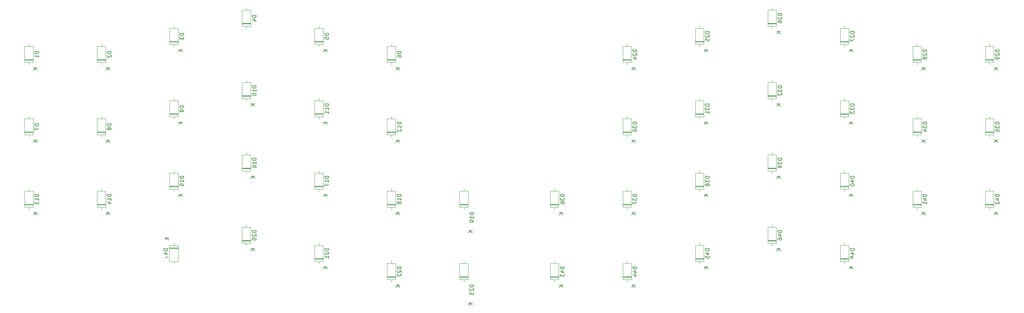
<source format=gbo>
G04 #@! TF.GenerationSoftware,KiCad,Pcbnew,7.0.8*
G04 #@! TF.CreationDate,2023-11-24T19:43:22+09:00*
G04 #@! TF.ProjectId,scene46aio,7363656e-6534-4366-9169-6f2e6b696361,rev?*
G04 #@! TF.SameCoordinates,Original*
G04 #@! TF.FileFunction,Legend,Bot*
G04 #@! TF.FilePolarity,Positive*
%FSLAX46Y46*%
G04 Gerber Fmt 4.6, Leading zero omitted, Abs format (unit mm)*
G04 Created by KiCad (PCBNEW 7.0.8) date 2023-11-24 19:43:22*
%MOMM*%
%LPD*%
G01*
G04 APERTURE LIST*
%ADD10C,0.150000*%
%ADD11C,0.120000*%
%ADD12C,2.200000*%
%ADD13C,1.750000*%
%ADD14C,4.000000*%
%ADD15C,2.500000*%
%ADD16R,2.000000X2.000000*%
%ADD17C,2.000000*%
%ADD18C,3.200000*%
%ADD19O,2.500000X1.500000*%
%ADD20O,1.500000X2.500000*%
%ADD21O,2.000000X1.600000*%
%ADD22C,0.800000*%
%ADD23R,1.600000X1.600000*%
%ADD24O,1.600000X1.600000*%
G04 APERTURE END LIST*
D10*
X178787319Y-74033214D02*
X177787319Y-74033214D01*
X177787319Y-74033214D02*
X177787319Y-74271309D01*
X177787319Y-74271309D02*
X177834938Y-74414166D01*
X177834938Y-74414166D02*
X177930176Y-74509404D01*
X177930176Y-74509404D02*
X178025414Y-74557023D01*
X178025414Y-74557023D02*
X178215890Y-74604642D01*
X178215890Y-74604642D02*
X178358747Y-74604642D01*
X178358747Y-74604642D02*
X178549223Y-74557023D01*
X178549223Y-74557023D02*
X178644461Y-74509404D01*
X178644461Y-74509404D02*
X178739700Y-74414166D01*
X178739700Y-74414166D02*
X178787319Y-74271309D01*
X178787319Y-74271309D02*
X178787319Y-74033214D01*
X177787319Y-74937976D02*
X177787319Y-75557023D01*
X177787319Y-75557023D02*
X178168271Y-75223690D01*
X178168271Y-75223690D02*
X178168271Y-75366547D01*
X178168271Y-75366547D02*
X178215890Y-75461785D01*
X178215890Y-75461785D02*
X178263509Y-75509404D01*
X178263509Y-75509404D02*
X178358747Y-75557023D01*
X178358747Y-75557023D02*
X178596842Y-75557023D01*
X178596842Y-75557023D02*
X178692080Y-75509404D01*
X178692080Y-75509404D02*
X178739700Y-75461785D01*
X178739700Y-75461785D02*
X178787319Y-75366547D01*
X178787319Y-75366547D02*
X178787319Y-75080833D01*
X178787319Y-75080833D02*
X178739700Y-74985595D01*
X178739700Y-74985595D02*
X178692080Y-74937976D01*
X178215890Y-76128452D02*
X178168271Y-76033214D01*
X178168271Y-76033214D02*
X178120652Y-75985595D01*
X178120652Y-75985595D02*
X178025414Y-75937976D01*
X178025414Y-75937976D02*
X177977795Y-75937976D01*
X177977795Y-75937976D02*
X177882557Y-75985595D01*
X177882557Y-75985595D02*
X177834938Y-76033214D01*
X177834938Y-76033214D02*
X177787319Y-76128452D01*
X177787319Y-76128452D02*
X177787319Y-76318928D01*
X177787319Y-76318928D02*
X177834938Y-76414166D01*
X177834938Y-76414166D02*
X177882557Y-76461785D01*
X177882557Y-76461785D02*
X177977795Y-76509404D01*
X177977795Y-76509404D02*
X178025414Y-76509404D01*
X178025414Y-76509404D02*
X178120652Y-76461785D01*
X178120652Y-76461785D02*
X178168271Y-76414166D01*
X178168271Y-76414166D02*
X178215890Y-76318928D01*
X178215890Y-76318928D02*
X178215890Y-76128452D01*
X178215890Y-76128452D02*
X178263509Y-76033214D01*
X178263509Y-76033214D02*
X178311128Y-75985595D01*
X178311128Y-75985595D02*
X178406366Y-75937976D01*
X178406366Y-75937976D02*
X178596842Y-75937976D01*
X178596842Y-75937976D02*
X178692080Y-75985595D01*
X178692080Y-75985595D02*
X178739700Y-76033214D01*
X178739700Y-76033214D02*
X178787319Y-76128452D01*
X178787319Y-76128452D02*
X178787319Y-76318928D01*
X178787319Y-76318928D02*
X178739700Y-76414166D01*
X178739700Y-76414166D02*
X178692080Y-76461785D01*
X178692080Y-76461785D02*
X178596842Y-76509404D01*
X178596842Y-76509404D02*
X178406366Y-76509404D01*
X178406366Y-76509404D02*
X178311128Y-76461785D01*
X178311128Y-76461785D02*
X178263509Y-76414166D01*
X178263509Y-76414166D02*
X178215890Y-76318928D01*
X178467319Y-78795595D02*
X177467319Y-78795595D01*
X178467319Y-79367023D02*
X177895890Y-78938452D01*
X177467319Y-79367023D02*
X178038747Y-78795595D01*
X197837319Y-50220714D02*
X196837319Y-50220714D01*
X196837319Y-50220714D02*
X196837319Y-50458809D01*
X196837319Y-50458809D02*
X196884938Y-50601666D01*
X196884938Y-50601666D02*
X196980176Y-50696904D01*
X196980176Y-50696904D02*
X197075414Y-50744523D01*
X197075414Y-50744523D02*
X197265890Y-50792142D01*
X197265890Y-50792142D02*
X197408747Y-50792142D01*
X197408747Y-50792142D02*
X197599223Y-50744523D01*
X197599223Y-50744523D02*
X197694461Y-50696904D01*
X197694461Y-50696904D02*
X197789700Y-50601666D01*
X197789700Y-50601666D02*
X197837319Y-50458809D01*
X197837319Y-50458809D02*
X197837319Y-50220714D01*
X196837319Y-51125476D02*
X196837319Y-51744523D01*
X196837319Y-51744523D02*
X197218271Y-51411190D01*
X197218271Y-51411190D02*
X197218271Y-51554047D01*
X197218271Y-51554047D02*
X197265890Y-51649285D01*
X197265890Y-51649285D02*
X197313509Y-51696904D01*
X197313509Y-51696904D02*
X197408747Y-51744523D01*
X197408747Y-51744523D02*
X197646842Y-51744523D01*
X197646842Y-51744523D02*
X197742080Y-51696904D01*
X197742080Y-51696904D02*
X197789700Y-51649285D01*
X197789700Y-51649285D02*
X197837319Y-51554047D01*
X197837319Y-51554047D02*
X197837319Y-51268333D01*
X197837319Y-51268333D02*
X197789700Y-51173095D01*
X197789700Y-51173095D02*
X197742080Y-51125476D01*
X196932557Y-52125476D02*
X196884938Y-52173095D01*
X196884938Y-52173095D02*
X196837319Y-52268333D01*
X196837319Y-52268333D02*
X196837319Y-52506428D01*
X196837319Y-52506428D02*
X196884938Y-52601666D01*
X196884938Y-52601666D02*
X196932557Y-52649285D01*
X196932557Y-52649285D02*
X197027795Y-52696904D01*
X197027795Y-52696904D02*
X197123033Y-52696904D01*
X197123033Y-52696904D02*
X197265890Y-52649285D01*
X197265890Y-52649285D02*
X197837319Y-52077857D01*
X197837319Y-52077857D02*
X197837319Y-52696904D01*
X197517319Y-54983095D02*
X196517319Y-54983095D01*
X197517319Y-55554523D02*
X196945890Y-55125952D01*
X196517319Y-55554523D02*
X197088747Y-54983095D01*
X78774819Y-54983214D02*
X77774819Y-54983214D01*
X77774819Y-54983214D02*
X77774819Y-55221309D01*
X77774819Y-55221309D02*
X77822438Y-55364166D01*
X77822438Y-55364166D02*
X77917676Y-55459404D01*
X77917676Y-55459404D02*
X78012914Y-55507023D01*
X78012914Y-55507023D02*
X78203390Y-55554642D01*
X78203390Y-55554642D02*
X78346247Y-55554642D01*
X78346247Y-55554642D02*
X78536723Y-55507023D01*
X78536723Y-55507023D02*
X78631961Y-55459404D01*
X78631961Y-55459404D02*
X78727200Y-55364166D01*
X78727200Y-55364166D02*
X78774819Y-55221309D01*
X78774819Y-55221309D02*
X78774819Y-54983214D01*
X78774819Y-56507023D02*
X78774819Y-55935595D01*
X78774819Y-56221309D02*
X77774819Y-56221309D01*
X77774819Y-56221309D02*
X77917676Y-56126071D01*
X77917676Y-56126071D02*
X78012914Y-56030833D01*
X78012914Y-56030833D02*
X78060533Y-55935595D01*
X78774819Y-57459404D02*
X78774819Y-56887976D01*
X78774819Y-57173690D02*
X77774819Y-57173690D01*
X77774819Y-57173690D02*
X77917676Y-57078452D01*
X77917676Y-57078452D02*
X78012914Y-56983214D01*
X78012914Y-56983214D02*
X78060533Y-56887976D01*
X78454819Y-59745595D02*
X77454819Y-59745595D01*
X78454819Y-60317023D02*
X77883390Y-59888452D01*
X77454819Y-60317023D02*
X78026247Y-59745595D01*
X140687319Y-97845714D02*
X139687319Y-97845714D01*
X139687319Y-97845714D02*
X139687319Y-98083809D01*
X139687319Y-98083809D02*
X139734938Y-98226666D01*
X139734938Y-98226666D02*
X139830176Y-98321904D01*
X139830176Y-98321904D02*
X139925414Y-98369523D01*
X139925414Y-98369523D02*
X140115890Y-98417142D01*
X140115890Y-98417142D02*
X140258747Y-98417142D01*
X140258747Y-98417142D02*
X140449223Y-98369523D01*
X140449223Y-98369523D02*
X140544461Y-98321904D01*
X140544461Y-98321904D02*
X140639700Y-98226666D01*
X140639700Y-98226666D02*
X140687319Y-98083809D01*
X140687319Y-98083809D02*
X140687319Y-97845714D01*
X140020652Y-99274285D02*
X140687319Y-99274285D01*
X139639700Y-99036190D02*
X140353985Y-98798095D01*
X140353985Y-98798095D02*
X140353985Y-99417142D01*
X139687319Y-99702857D02*
X139687319Y-100321904D01*
X139687319Y-100321904D02*
X140068271Y-99988571D01*
X140068271Y-99988571D02*
X140068271Y-100131428D01*
X140068271Y-100131428D02*
X140115890Y-100226666D01*
X140115890Y-100226666D02*
X140163509Y-100274285D01*
X140163509Y-100274285D02*
X140258747Y-100321904D01*
X140258747Y-100321904D02*
X140496842Y-100321904D01*
X140496842Y-100321904D02*
X140592080Y-100274285D01*
X140592080Y-100274285D02*
X140639700Y-100226666D01*
X140639700Y-100226666D02*
X140687319Y-100131428D01*
X140687319Y-100131428D02*
X140687319Y-99845714D01*
X140687319Y-99845714D02*
X140639700Y-99750476D01*
X140639700Y-99750476D02*
X140592080Y-99702857D01*
X140367319Y-102608095D02*
X139367319Y-102608095D01*
X140367319Y-103179523D02*
X139795890Y-102750952D01*
X139367319Y-103179523D02*
X139938747Y-102608095D01*
X59724819Y-50220714D02*
X58724819Y-50220714D01*
X58724819Y-50220714D02*
X58724819Y-50458809D01*
X58724819Y-50458809D02*
X58772438Y-50601666D01*
X58772438Y-50601666D02*
X58867676Y-50696904D01*
X58867676Y-50696904D02*
X58962914Y-50744523D01*
X58962914Y-50744523D02*
X59153390Y-50792142D01*
X59153390Y-50792142D02*
X59296247Y-50792142D01*
X59296247Y-50792142D02*
X59486723Y-50744523D01*
X59486723Y-50744523D02*
X59581961Y-50696904D01*
X59581961Y-50696904D02*
X59677200Y-50601666D01*
X59677200Y-50601666D02*
X59724819Y-50458809D01*
X59724819Y-50458809D02*
X59724819Y-50220714D01*
X59724819Y-51744523D02*
X59724819Y-51173095D01*
X59724819Y-51458809D02*
X58724819Y-51458809D01*
X58724819Y-51458809D02*
X58867676Y-51363571D01*
X58867676Y-51363571D02*
X58962914Y-51268333D01*
X58962914Y-51268333D02*
X59010533Y-51173095D01*
X58724819Y-52363571D02*
X58724819Y-52458809D01*
X58724819Y-52458809D02*
X58772438Y-52554047D01*
X58772438Y-52554047D02*
X58820057Y-52601666D01*
X58820057Y-52601666D02*
X58915295Y-52649285D01*
X58915295Y-52649285D02*
X59105771Y-52696904D01*
X59105771Y-52696904D02*
X59343866Y-52696904D01*
X59343866Y-52696904D02*
X59534342Y-52649285D01*
X59534342Y-52649285D02*
X59629580Y-52601666D01*
X59629580Y-52601666D02*
X59677200Y-52554047D01*
X59677200Y-52554047D02*
X59724819Y-52458809D01*
X59724819Y-52458809D02*
X59724819Y-52363571D01*
X59724819Y-52363571D02*
X59677200Y-52268333D01*
X59677200Y-52268333D02*
X59629580Y-52220714D01*
X59629580Y-52220714D02*
X59534342Y-52173095D01*
X59534342Y-52173095D02*
X59343866Y-52125476D01*
X59343866Y-52125476D02*
X59105771Y-52125476D01*
X59105771Y-52125476D02*
X58915295Y-52173095D01*
X58915295Y-52173095D02*
X58820057Y-52220714D01*
X58820057Y-52220714D02*
X58772438Y-52268333D01*
X58772438Y-52268333D02*
X58724819Y-52363571D01*
X59404819Y-54983095D02*
X58404819Y-54983095D01*
X59404819Y-55554523D02*
X58833390Y-55125952D01*
X58404819Y-55554523D02*
X58976247Y-54983095D01*
X216887319Y-93083214D02*
X215887319Y-93083214D01*
X215887319Y-93083214D02*
X215887319Y-93321309D01*
X215887319Y-93321309D02*
X215934938Y-93464166D01*
X215934938Y-93464166D02*
X216030176Y-93559404D01*
X216030176Y-93559404D02*
X216125414Y-93607023D01*
X216125414Y-93607023D02*
X216315890Y-93654642D01*
X216315890Y-93654642D02*
X216458747Y-93654642D01*
X216458747Y-93654642D02*
X216649223Y-93607023D01*
X216649223Y-93607023D02*
X216744461Y-93559404D01*
X216744461Y-93559404D02*
X216839700Y-93464166D01*
X216839700Y-93464166D02*
X216887319Y-93321309D01*
X216887319Y-93321309D02*
X216887319Y-93083214D01*
X216220652Y-94511785D02*
X216887319Y-94511785D01*
X215839700Y-94273690D02*
X216553985Y-94035595D01*
X216553985Y-94035595D02*
X216553985Y-94654642D01*
X216315890Y-95178452D02*
X216268271Y-95083214D01*
X216268271Y-95083214D02*
X216220652Y-95035595D01*
X216220652Y-95035595D02*
X216125414Y-94987976D01*
X216125414Y-94987976D02*
X216077795Y-94987976D01*
X216077795Y-94987976D02*
X215982557Y-95035595D01*
X215982557Y-95035595D02*
X215934938Y-95083214D01*
X215934938Y-95083214D02*
X215887319Y-95178452D01*
X215887319Y-95178452D02*
X215887319Y-95368928D01*
X215887319Y-95368928D02*
X215934938Y-95464166D01*
X215934938Y-95464166D02*
X215982557Y-95511785D01*
X215982557Y-95511785D02*
X216077795Y-95559404D01*
X216077795Y-95559404D02*
X216125414Y-95559404D01*
X216125414Y-95559404D02*
X216220652Y-95511785D01*
X216220652Y-95511785D02*
X216268271Y-95464166D01*
X216268271Y-95464166D02*
X216315890Y-95368928D01*
X216315890Y-95368928D02*
X216315890Y-95178452D01*
X216315890Y-95178452D02*
X216363509Y-95083214D01*
X216363509Y-95083214D02*
X216411128Y-95035595D01*
X216411128Y-95035595D02*
X216506366Y-94987976D01*
X216506366Y-94987976D02*
X216696842Y-94987976D01*
X216696842Y-94987976D02*
X216792080Y-95035595D01*
X216792080Y-95035595D02*
X216839700Y-95083214D01*
X216839700Y-95083214D02*
X216887319Y-95178452D01*
X216887319Y-95178452D02*
X216887319Y-95368928D01*
X216887319Y-95368928D02*
X216839700Y-95464166D01*
X216839700Y-95464166D02*
X216792080Y-95511785D01*
X216792080Y-95511785D02*
X216696842Y-95559404D01*
X216696842Y-95559404D02*
X216506366Y-95559404D01*
X216506366Y-95559404D02*
X216411128Y-95511785D01*
X216411128Y-95511785D02*
X216363509Y-95464166D01*
X216363509Y-95464166D02*
X216315890Y-95368928D01*
X216567319Y-97845595D02*
X215567319Y-97845595D01*
X216567319Y-98417023D02*
X215995890Y-97988452D01*
X215567319Y-98417023D02*
X216138747Y-97845595D01*
X40674819Y-36409405D02*
X39674819Y-36409405D01*
X39674819Y-36409405D02*
X39674819Y-36647500D01*
X39674819Y-36647500D02*
X39722438Y-36790357D01*
X39722438Y-36790357D02*
X39817676Y-36885595D01*
X39817676Y-36885595D02*
X39912914Y-36933214D01*
X39912914Y-36933214D02*
X40103390Y-36980833D01*
X40103390Y-36980833D02*
X40246247Y-36980833D01*
X40246247Y-36980833D02*
X40436723Y-36933214D01*
X40436723Y-36933214D02*
X40531961Y-36885595D01*
X40531961Y-36885595D02*
X40627200Y-36790357D01*
X40627200Y-36790357D02*
X40674819Y-36647500D01*
X40674819Y-36647500D02*
X40674819Y-36409405D01*
X39674819Y-37314167D02*
X39674819Y-37933214D01*
X39674819Y-37933214D02*
X40055771Y-37599881D01*
X40055771Y-37599881D02*
X40055771Y-37742738D01*
X40055771Y-37742738D02*
X40103390Y-37837976D01*
X40103390Y-37837976D02*
X40151009Y-37885595D01*
X40151009Y-37885595D02*
X40246247Y-37933214D01*
X40246247Y-37933214D02*
X40484342Y-37933214D01*
X40484342Y-37933214D02*
X40579580Y-37885595D01*
X40579580Y-37885595D02*
X40627200Y-37837976D01*
X40627200Y-37837976D02*
X40674819Y-37742738D01*
X40674819Y-37742738D02*
X40674819Y-37457024D01*
X40674819Y-37457024D02*
X40627200Y-37361786D01*
X40627200Y-37361786D02*
X40579580Y-37314167D01*
X40354819Y-40695595D02*
X39354819Y-40695595D01*
X40354819Y-41267023D02*
X39783390Y-40838452D01*
X39354819Y-41267023D02*
X39926247Y-40695595D01*
X97824819Y-97845714D02*
X96824819Y-97845714D01*
X96824819Y-97845714D02*
X96824819Y-98083809D01*
X96824819Y-98083809D02*
X96872438Y-98226666D01*
X96872438Y-98226666D02*
X96967676Y-98321904D01*
X96967676Y-98321904D02*
X97062914Y-98369523D01*
X97062914Y-98369523D02*
X97253390Y-98417142D01*
X97253390Y-98417142D02*
X97396247Y-98417142D01*
X97396247Y-98417142D02*
X97586723Y-98369523D01*
X97586723Y-98369523D02*
X97681961Y-98321904D01*
X97681961Y-98321904D02*
X97777200Y-98226666D01*
X97777200Y-98226666D02*
X97824819Y-98083809D01*
X97824819Y-98083809D02*
X97824819Y-97845714D01*
X96920057Y-98798095D02*
X96872438Y-98845714D01*
X96872438Y-98845714D02*
X96824819Y-98940952D01*
X96824819Y-98940952D02*
X96824819Y-99179047D01*
X96824819Y-99179047D02*
X96872438Y-99274285D01*
X96872438Y-99274285D02*
X96920057Y-99321904D01*
X96920057Y-99321904D02*
X97015295Y-99369523D01*
X97015295Y-99369523D02*
X97110533Y-99369523D01*
X97110533Y-99369523D02*
X97253390Y-99321904D01*
X97253390Y-99321904D02*
X97824819Y-98750476D01*
X97824819Y-98750476D02*
X97824819Y-99369523D01*
X96920057Y-99750476D02*
X96872438Y-99798095D01*
X96872438Y-99798095D02*
X96824819Y-99893333D01*
X96824819Y-99893333D02*
X96824819Y-100131428D01*
X96824819Y-100131428D02*
X96872438Y-100226666D01*
X96872438Y-100226666D02*
X96920057Y-100274285D01*
X96920057Y-100274285D02*
X97015295Y-100321904D01*
X97015295Y-100321904D02*
X97110533Y-100321904D01*
X97110533Y-100321904D02*
X97253390Y-100274285D01*
X97253390Y-100274285D02*
X97824819Y-99702857D01*
X97824819Y-99702857D02*
X97824819Y-100321904D01*
X97504819Y-102608095D02*
X96504819Y-102608095D01*
X97504819Y-103179523D02*
X96933390Y-102750952D01*
X96504819Y-103179523D02*
X97076247Y-102608095D01*
X40674819Y-74033214D02*
X39674819Y-74033214D01*
X39674819Y-74033214D02*
X39674819Y-74271309D01*
X39674819Y-74271309D02*
X39722438Y-74414166D01*
X39722438Y-74414166D02*
X39817676Y-74509404D01*
X39817676Y-74509404D02*
X39912914Y-74557023D01*
X39912914Y-74557023D02*
X40103390Y-74604642D01*
X40103390Y-74604642D02*
X40246247Y-74604642D01*
X40246247Y-74604642D02*
X40436723Y-74557023D01*
X40436723Y-74557023D02*
X40531961Y-74509404D01*
X40531961Y-74509404D02*
X40627200Y-74414166D01*
X40627200Y-74414166D02*
X40674819Y-74271309D01*
X40674819Y-74271309D02*
X40674819Y-74033214D01*
X40674819Y-75557023D02*
X40674819Y-74985595D01*
X40674819Y-75271309D02*
X39674819Y-75271309D01*
X39674819Y-75271309D02*
X39817676Y-75176071D01*
X39817676Y-75176071D02*
X39912914Y-75080833D01*
X39912914Y-75080833D02*
X39960533Y-74985595D01*
X39674819Y-76461785D02*
X39674819Y-75985595D01*
X39674819Y-75985595D02*
X40151009Y-75937976D01*
X40151009Y-75937976D02*
X40103390Y-75985595D01*
X40103390Y-75985595D02*
X40055771Y-76080833D01*
X40055771Y-76080833D02*
X40055771Y-76318928D01*
X40055771Y-76318928D02*
X40103390Y-76414166D01*
X40103390Y-76414166D02*
X40151009Y-76461785D01*
X40151009Y-76461785D02*
X40246247Y-76509404D01*
X40246247Y-76509404D02*
X40484342Y-76509404D01*
X40484342Y-76509404D02*
X40579580Y-76461785D01*
X40579580Y-76461785D02*
X40627200Y-76414166D01*
X40627200Y-76414166D02*
X40674819Y-76318928D01*
X40674819Y-76318928D02*
X40674819Y-76080833D01*
X40674819Y-76080833D02*
X40627200Y-75985595D01*
X40627200Y-75985595D02*
X40579580Y-75937976D01*
X40354819Y-78795595D02*
X39354819Y-78795595D01*
X40354819Y-79367023D02*
X39783390Y-78938452D01*
X39354819Y-79367023D02*
X39926247Y-78795595D01*
X216887319Y-74033214D02*
X215887319Y-74033214D01*
X215887319Y-74033214D02*
X215887319Y-74271309D01*
X215887319Y-74271309D02*
X215934938Y-74414166D01*
X215934938Y-74414166D02*
X216030176Y-74509404D01*
X216030176Y-74509404D02*
X216125414Y-74557023D01*
X216125414Y-74557023D02*
X216315890Y-74604642D01*
X216315890Y-74604642D02*
X216458747Y-74604642D01*
X216458747Y-74604642D02*
X216649223Y-74557023D01*
X216649223Y-74557023D02*
X216744461Y-74509404D01*
X216744461Y-74509404D02*
X216839700Y-74414166D01*
X216839700Y-74414166D02*
X216887319Y-74271309D01*
X216887319Y-74271309D02*
X216887319Y-74033214D01*
X216220652Y-75461785D02*
X216887319Y-75461785D01*
X215839700Y-75223690D02*
X216553985Y-74985595D01*
X216553985Y-74985595D02*
X216553985Y-75604642D01*
X215887319Y-76176071D02*
X215887319Y-76271309D01*
X215887319Y-76271309D02*
X215934938Y-76366547D01*
X215934938Y-76366547D02*
X215982557Y-76414166D01*
X215982557Y-76414166D02*
X216077795Y-76461785D01*
X216077795Y-76461785D02*
X216268271Y-76509404D01*
X216268271Y-76509404D02*
X216506366Y-76509404D01*
X216506366Y-76509404D02*
X216696842Y-76461785D01*
X216696842Y-76461785D02*
X216792080Y-76414166D01*
X216792080Y-76414166D02*
X216839700Y-76366547D01*
X216839700Y-76366547D02*
X216887319Y-76271309D01*
X216887319Y-76271309D02*
X216887319Y-76176071D01*
X216887319Y-76176071D02*
X216839700Y-76080833D01*
X216839700Y-76080833D02*
X216792080Y-76033214D01*
X216792080Y-76033214D02*
X216696842Y-75985595D01*
X216696842Y-75985595D02*
X216506366Y-75937976D01*
X216506366Y-75937976D02*
X216268271Y-75937976D01*
X216268271Y-75937976D02*
X216077795Y-75985595D01*
X216077795Y-75985595D02*
X215982557Y-76033214D01*
X215982557Y-76033214D02*
X215934938Y-76080833D01*
X215934938Y-76080833D02*
X215887319Y-76176071D01*
X216567319Y-78795595D02*
X215567319Y-78795595D01*
X216567319Y-79367023D02*
X215995890Y-78938452D01*
X215567319Y-79367023D02*
X216138747Y-78795595D01*
X59724819Y-88320714D02*
X58724819Y-88320714D01*
X58724819Y-88320714D02*
X58724819Y-88558809D01*
X58724819Y-88558809D02*
X58772438Y-88701666D01*
X58772438Y-88701666D02*
X58867676Y-88796904D01*
X58867676Y-88796904D02*
X58962914Y-88844523D01*
X58962914Y-88844523D02*
X59153390Y-88892142D01*
X59153390Y-88892142D02*
X59296247Y-88892142D01*
X59296247Y-88892142D02*
X59486723Y-88844523D01*
X59486723Y-88844523D02*
X59581961Y-88796904D01*
X59581961Y-88796904D02*
X59677200Y-88701666D01*
X59677200Y-88701666D02*
X59724819Y-88558809D01*
X59724819Y-88558809D02*
X59724819Y-88320714D01*
X58820057Y-89273095D02*
X58772438Y-89320714D01*
X58772438Y-89320714D02*
X58724819Y-89415952D01*
X58724819Y-89415952D02*
X58724819Y-89654047D01*
X58724819Y-89654047D02*
X58772438Y-89749285D01*
X58772438Y-89749285D02*
X58820057Y-89796904D01*
X58820057Y-89796904D02*
X58915295Y-89844523D01*
X58915295Y-89844523D02*
X59010533Y-89844523D01*
X59010533Y-89844523D02*
X59153390Y-89796904D01*
X59153390Y-89796904D02*
X59724819Y-89225476D01*
X59724819Y-89225476D02*
X59724819Y-89844523D01*
X58724819Y-90463571D02*
X58724819Y-90558809D01*
X58724819Y-90558809D02*
X58772438Y-90654047D01*
X58772438Y-90654047D02*
X58820057Y-90701666D01*
X58820057Y-90701666D02*
X58915295Y-90749285D01*
X58915295Y-90749285D02*
X59105771Y-90796904D01*
X59105771Y-90796904D02*
X59343866Y-90796904D01*
X59343866Y-90796904D02*
X59534342Y-90749285D01*
X59534342Y-90749285D02*
X59629580Y-90701666D01*
X59629580Y-90701666D02*
X59677200Y-90654047D01*
X59677200Y-90654047D02*
X59724819Y-90558809D01*
X59724819Y-90558809D02*
X59724819Y-90463571D01*
X59724819Y-90463571D02*
X59677200Y-90368333D01*
X59677200Y-90368333D02*
X59629580Y-90320714D01*
X59629580Y-90320714D02*
X59534342Y-90273095D01*
X59534342Y-90273095D02*
X59343866Y-90225476D01*
X59343866Y-90225476D02*
X59105771Y-90225476D01*
X59105771Y-90225476D02*
X58915295Y-90273095D01*
X58915295Y-90273095D02*
X58820057Y-90320714D01*
X58820057Y-90320714D02*
X58772438Y-90368333D01*
X58772438Y-90368333D02*
X58724819Y-90463571D01*
X59404819Y-93083095D02*
X58404819Y-93083095D01*
X59404819Y-93654523D02*
X58833390Y-93225952D01*
X58404819Y-93654523D02*
X58976247Y-93083095D01*
X59724819Y-69270714D02*
X58724819Y-69270714D01*
X58724819Y-69270714D02*
X58724819Y-69508809D01*
X58724819Y-69508809D02*
X58772438Y-69651666D01*
X58772438Y-69651666D02*
X58867676Y-69746904D01*
X58867676Y-69746904D02*
X58962914Y-69794523D01*
X58962914Y-69794523D02*
X59153390Y-69842142D01*
X59153390Y-69842142D02*
X59296247Y-69842142D01*
X59296247Y-69842142D02*
X59486723Y-69794523D01*
X59486723Y-69794523D02*
X59581961Y-69746904D01*
X59581961Y-69746904D02*
X59677200Y-69651666D01*
X59677200Y-69651666D02*
X59724819Y-69508809D01*
X59724819Y-69508809D02*
X59724819Y-69270714D01*
X59724819Y-70794523D02*
X59724819Y-70223095D01*
X59724819Y-70508809D02*
X58724819Y-70508809D01*
X58724819Y-70508809D02*
X58867676Y-70413571D01*
X58867676Y-70413571D02*
X58962914Y-70318333D01*
X58962914Y-70318333D02*
X59010533Y-70223095D01*
X58724819Y-71651666D02*
X58724819Y-71461190D01*
X58724819Y-71461190D02*
X58772438Y-71365952D01*
X58772438Y-71365952D02*
X58820057Y-71318333D01*
X58820057Y-71318333D02*
X58962914Y-71223095D01*
X58962914Y-71223095D02*
X59153390Y-71175476D01*
X59153390Y-71175476D02*
X59534342Y-71175476D01*
X59534342Y-71175476D02*
X59629580Y-71223095D01*
X59629580Y-71223095D02*
X59677200Y-71270714D01*
X59677200Y-71270714D02*
X59724819Y-71365952D01*
X59724819Y-71365952D02*
X59724819Y-71556428D01*
X59724819Y-71556428D02*
X59677200Y-71651666D01*
X59677200Y-71651666D02*
X59629580Y-71699285D01*
X59629580Y-71699285D02*
X59534342Y-71746904D01*
X59534342Y-71746904D02*
X59296247Y-71746904D01*
X59296247Y-71746904D02*
X59201009Y-71699285D01*
X59201009Y-71699285D02*
X59153390Y-71651666D01*
X59153390Y-71651666D02*
X59105771Y-71556428D01*
X59105771Y-71556428D02*
X59105771Y-71365952D01*
X59105771Y-71365952D02*
X59153390Y-71270714D01*
X59153390Y-71270714D02*
X59201009Y-71223095D01*
X59201009Y-71223095D02*
X59296247Y-71175476D01*
X59404819Y-74033095D02*
X58404819Y-74033095D01*
X59404819Y-74604523D02*
X58833390Y-74175952D01*
X58404819Y-74604523D02*
X58976247Y-74033095D01*
X254987319Y-59745714D02*
X253987319Y-59745714D01*
X253987319Y-59745714D02*
X253987319Y-59983809D01*
X253987319Y-59983809D02*
X254034938Y-60126666D01*
X254034938Y-60126666D02*
X254130176Y-60221904D01*
X254130176Y-60221904D02*
X254225414Y-60269523D01*
X254225414Y-60269523D02*
X254415890Y-60317142D01*
X254415890Y-60317142D02*
X254558747Y-60317142D01*
X254558747Y-60317142D02*
X254749223Y-60269523D01*
X254749223Y-60269523D02*
X254844461Y-60221904D01*
X254844461Y-60221904D02*
X254939700Y-60126666D01*
X254939700Y-60126666D02*
X254987319Y-59983809D01*
X254987319Y-59983809D02*
X254987319Y-59745714D01*
X253987319Y-60650476D02*
X253987319Y-61269523D01*
X253987319Y-61269523D02*
X254368271Y-60936190D01*
X254368271Y-60936190D02*
X254368271Y-61079047D01*
X254368271Y-61079047D02*
X254415890Y-61174285D01*
X254415890Y-61174285D02*
X254463509Y-61221904D01*
X254463509Y-61221904D02*
X254558747Y-61269523D01*
X254558747Y-61269523D02*
X254796842Y-61269523D01*
X254796842Y-61269523D02*
X254892080Y-61221904D01*
X254892080Y-61221904D02*
X254939700Y-61174285D01*
X254939700Y-61174285D02*
X254987319Y-61079047D01*
X254987319Y-61079047D02*
X254987319Y-60793333D01*
X254987319Y-60793333D02*
X254939700Y-60698095D01*
X254939700Y-60698095D02*
X254892080Y-60650476D01*
X253987319Y-62174285D02*
X253987319Y-61698095D01*
X253987319Y-61698095D02*
X254463509Y-61650476D01*
X254463509Y-61650476D02*
X254415890Y-61698095D01*
X254415890Y-61698095D02*
X254368271Y-61793333D01*
X254368271Y-61793333D02*
X254368271Y-62031428D01*
X254368271Y-62031428D02*
X254415890Y-62126666D01*
X254415890Y-62126666D02*
X254463509Y-62174285D01*
X254463509Y-62174285D02*
X254558747Y-62221904D01*
X254558747Y-62221904D02*
X254796842Y-62221904D01*
X254796842Y-62221904D02*
X254892080Y-62174285D01*
X254892080Y-62174285D02*
X254939700Y-62126666D01*
X254939700Y-62126666D02*
X254987319Y-62031428D01*
X254987319Y-62031428D02*
X254987319Y-61793333D01*
X254987319Y-61793333D02*
X254939700Y-61698095D01*
X254939700Y-61698095D02*
X254892080Y-61650476D01*
X254667319Y-64508095D02*
X253667319Y-64508095D01*
X254667319Y-65079523D02*
X254095890Y-64650952D01*
X253667319Y-65079523D02*
X254238747Y-64508095D01*
X178787319Y-35933214D02*
X177787319Y-35933214D01*
X177787319Y-35933214D02*
X177787319Y-36171309D01*
X177787319Y-36171309D02*
X177834938Y-36314166D01*
X177834938Y-36314166D02*
X177930176Y-36409404D01*
X177930176Y-36409404D02*
X178025414Y-36457023D01*
X178025414Y-36457023D02*
X178215890Y-36504642D01*
X178215890Y-36504642D02*
X178358747Y-36504642D01*
X178358747Y-36504642D02*
X178549223Y-36457023D01*
X178549223Y-36457023D02*
X178644461Y-36409404D01*
X178644461Y-36409404D02*
X178739700Y-36314166D01*
X178739700Y-36314166D02*
X178787319Y-36171309D01*
X178787319Y-36171309D02*
X178787319Y-35933214D01*
X177882557Y-36885595D02*
X177834938Y-36933214D01*
X177834938Y-36933214D02*
X177787319Y-37028452D01*
X177787319Y-37028452D02*
X177787319Y-37266547D01*
X177787319Y-37266547D02*
X177834938Y-37361785D01*
X177834938Y-37361785D02*
X177882557Y-37409404D01*
X177882557Y-37409404D02*
X177977795Y-37457023D01*
X177977795Y-37457023D02*
X178073033Y-37457023D01*
X178073033Y-37457023D02*
X178215890Y-37409404D01*
X178215890Y-37409404D02*
X178787319Y-36837976D01*
X178787319Y-36837976D02*
X178787319Y-37457023D01*
X177787319Y-38361785D02*
X177787319Y-37885595D01*
X177787319Y-37885595D02*
X178263509Y-37837976D01*
X178263509Y-37837976D02*
X178215890Y-37885595D01*
X178215890Y-37885595D02*
X178168271Y-37980833D01*
X178168271Y-37980833D02*
X178168271Y-38218928D01*
X178168271Y-38218928D02*
X178215890Y-38314166D01*
X178215890Y-38314166D02*
X178263509Y-38361785D01*
X178263509Y-38361785D02*
X178358747Y-38409404D01*
X178358747Y-38409404D02*
X178596842Y-38409404D01*
X178596842Y-38409404D02*
X178692080Y-38361785D01*
X178692080Y-38361785D02*
X178739700Y-38314166D01*
X178739700Y-38314166D02*
X178787319Y-38218928D01*
X178787319Y-38218928D02*
X178787319Y-37980833D01*
X178787319Y-37980833D02*
X178739700Y-37885595D01*
X178739700Y-37885595D02*
X178692080Y-37837976D01*
X178467319Y-40695595D02*
X177467319Y-40695595D01*
X178467319Y-41267023D02*
X177895890Y-40838452D01*
X177467319Y-41267023D02*
X178038747Y-40695595D01*
X159737319Y-97845714D02*
X158737319Y-97845714D01*
X158737319Y-97845714D02*
X158737319Y-98083809D01*
X158737319Y-98083809D02*
X158784938Y-98226666D01*
X158784938Y-98226666D02*
X158880176Y-98321904D01*
X158880176Y-98321904D02*
X158975414Y-98369523D01*
X158975414Y-98369523D02*
X159165890Y-98417142D01*
X159165890Y-98417142D02*
X159308747Y-98417142D01*
X159308747Y-98417142D02*
X159499223Y-98369523D01*
X159499223Y-98369523D02*
X159594461Y-98321904D01*
X159594461Y-98321904D02*
X159689700Y-98226666D01*
X159689700Y-98226666D02*
X159737319Y-98083809D01*
X159737319Y-98083809D02*
X159737319Y-97845714D01*
X159070652Y-99274285D02*
X159737319Y-99274285D01*
X158689700Y-99036190D02*
X159403985Y-98798095D01*
X159403985Y-98798095D02*
X159403985Y-99417142D01*
X159070652Y-100226666D02*
X159737319Y-100226666D01*
X158689700Y-99988571D02*
X159403985Y-99750476D01*
X159403985Y-99750476D02*
X159403985Y-100369523D01*
X159417319Y-102608095D02*
X158417319Y-102608095D01*
X159417319Y-103179523D02*
X158845890Y-102750952D01*
X158417319Y-103179523D02*
X158988747Y-102608095D01*
X178787319Y-54983214D02*
X177787319Y-54983214D01*
X177787319Y-54983214D02*
X177787319Y-55221309D01*
X177787319Y-55221309D02*
X177834938Y-55364166D01*
X177834938Y-55364166D02*
X177930176Y-55459404D01*
X177930176Y-55459404D02*
X178025414Y-55507023D01*
X178025414Y-55507023D02*
X178215890Y-55554642D01*
X178215890Y-55554642D02*
X178358747Y-55554642D01*
X178358747Y-55554642D02*
X178549223Y-55507023D01*
X178549223Y-55507023D02*
X178644461Y-55459404D01*
X178644461Y-55459404D02*
X178739700Y-55364166D01*
X178739700Y-55364166D02*
X178787319Y-55221309D01*
X178787319Y-55221309D02*
X178787319Y-54983214D01*
X177787319Y-55887976D02*
X177787319Y-56507023D01*
X177787319Y-56507023D02*
X178168271Y-56173690D01*
X178168271Y-56173690D02*
X178168271Y-56316547D01*
X178168271Y-56316547D02*
X178215890Y-56411785D01*
X178215890Y-56411785D02*
X178263509Y-56459404D01*
X178263509Y-56459404D02*
X178358747Y-56507023D01*
X178358747Y-56507023D02*
X178596842Y-56507023D01*
X178596842Y-56507023D02*
X178692080Y-56459404D01*
X178692080Y-56459404D02*
X178739700Y-56411785D01*
X178739700Y-56411785D02*
X178787319Y-56316547D01*
X178787319Y-56316547D02*
X178787319Y-56030833D01*
X178787319Y-56030833D02*
X178739700Y-55935595D01*
X178739700Y-55935595D02*
X178692080Y-55887976D01*
X178787319Y-57459404D02*
X178787319Y-56887976D01*
X178787319Y-57173690D02*
X177787319Y-57173690D01*
X177787319Y-57173690D02*
X177930176Y-57078452D01*
X177930176Y-57078452D02*
X178025414Y-56983214D01*
X178025414Y-56983214D02*
X178073033Y-56887976D01*
X178467319Y-59745595D02*
X177467319Y-59745595D01*
X178467319Y-60317023D02*
X177895890Y-59888452D01*
X177467319Y-60317023D02*
X178038747Y-59745595D01*
X178787319Y-93083214D02*
X177787319Y-93083214D01*
X177787319Y-93083214D02*
X177787319Y-93321309D01*
X177787319Y-93321309D02*
X177834938Y-93464166D01*
X177834938Y-93464166D02*
X177930176Y-93559404D01*
X177930176Y-93559404D02*
X178025414Y-93607023D01*
X178025414Y-93607023D02*
X178215890Y-93654642D01*
X178215890Y-93654642D02*
X178358747Y-93654642D01*
X178358747Y-93654642D02*
X178549223Y-93607023D01*
X178549223Y-93607023D02*
X178644461Y-93559404D01*
X178644461Y-93559404D02*
X178739700Y-93464166D01*
X178739700Y-93464166D02*
X178787319Y-93321309D01*
X178787319Y-93321309D02*
X178787319Y-93083214D01*
X178120652Y-94511785D02*
X178787319Y-94511785D01*
X177739700Y-94273690D02*
X178453985Y-94035595D01*
X178453985Y-94035595D02*
X178453985Y-94654642D01*
X177787319Y-95511785D02*
X177787319Y-95035595D01*
X177787319Y-95035595D02*
X178263509Y-94987976D01*
X178263509Y-94987976D02*
X178215890Y-95035595D01*
X178215890Y-95035595D02*
X178168271Y-95130833D01*
X178168271Y-95130833D02*
X178168271Y-95368928D01*
X178168271Y-95368928D02*
X178215890Y-95464166D01*
X178215890Y-95464166D02*
X178263509Y-95511785D01*
X178263509Y-95511785D02*
X178358747Y-95559404D01*
X178358747Y-95559404D02*
X178596842Y-95559404D01*
X178596842Y-95559404D02*
X178692080Y-95511785D01*
X178692080Y-95511785D02*
X178739700Y-95464166D01*
X178739700Y-95464166D02*
X178787319Y-95368928D01*
X178787319Y-95368928D02*
X178787319Y-95130833D01*
X178787319Y-95130833D02*
X178739700Y-95035595D01*
X178739700Y-95035595D02*
X178692080Y-94987976D01*
X178467319Y-97845595D02*
X177467319Y-97845595D01*
X178467319Y-98417023D02*
X177895890Y-97988452D01*
X177467319Y-98417023D02*
X178038747Y-97845595D01*
X216887319Y-54983214D02*
X215887319Y-54983214D01*
X215887319Y-54983214D02*
X215887319Y-55221309D01*
X215887319Y-55221309D02*
X215934938Y-55364166D01*
X215934938Y-55364166D02*
X216030176Y-55459404D01*
X216030176Y-55459404D02*
X216125414Y-55507023D01*
X216125414Y-55507023D02*
X216315890Y-55554642D01*
X216315890Y-55554642D02*
X216458747Y-55554642D01*
X216458747Y-55554642D02*
X216649223Y-55507023D01*
X216649223Y-55507023D02*
X216744461Y-55459404D01*
X216744461Y-55459404D02*
X216839700Y-55364166D01*
X216839700Y-55364166D02*
X216887319Y-55221309D01*
X216887319Y-55221309D02*
X216887319Y-54983214D01*
X215887319Y-55887976D02*
X215887319Y-56507023D01*
X215887319Y-56507023D02*
X216268271Y-56173690D01*
X216268271Y-56173690D02*
X216268271Y-56316547D01*
X216268271Y-56316547D02*
X216315890Y-56411785D01*
X216315890Y-56411785D02*
X216363509Y-56459404D01*
X216363509Y-56459404D02*
X216458747Y-56507023D01*
X216458747Y-56507023D02*
X216696842Y-56507023D01*
X216696842Y-56507023D02*
X216792080Y-56459404D01*
X216792080Y-56459404D02*
X216839700Y-56411785D01*
X216839700Y-56411785D02*
X216887319Y-56316547D01*
X216887319Y-56316547D02*
X216887319Y-56030833D01*
X216887319Y-56030833D02*
X216839700Y-55935595D01*
X216839700Y-55935595D02*
X216792080Y-55887976D01*
X215887319Y-56840357D02*
X215887319Y-57459404D01*
X215887319Y-57459404D02*
X216268271Y-57126071D01*
X216268271Y-57126071D02*
X216268271Y-57268928D01*
X216268271Y-57268928D02*
X216315890Y-57364166D01*
X216315890Y-57364166D02*
X216363509Y-57411785D01*
X216363509Y-57411785D02*
X216458747Y-57459404D01*
X216458747Y-57459404D02*
X216696842Y-57459404D01*
X216696842Y-57459404D02*
X216792080Y-57411785D01*
X216792080Y-57411785D02*
X216839700Y-57364166D01*
X216839700Y-57364166D02*
X216887319Y-57268928D01*
X216887319Y-57268928D02*
X216887319Y-56983214D01*
X216887319Y-56983214D02*
X216839700Y-56887976D01*
X216839700Y-56887976D02*
X216792080Y-56840357D01*
X216567319Y-59745595D02*
X215567319Y-59745595D01*
X216567319Y-60317023D02*
X215995890Y-59888452D01*
X215567319Y-60317023D02*
X216138747Y-59745595D01*
X116874819Y-83558214D02*
X115874819Y-83558214D01*
X115874819Y-83558214D02*
X115874819Y-83796309D01*
X115874819Y-83796309D02*
X115922438Y-83939166D01*
X115922438Y-83939166D02*
X116017676Y-84034404D01*
X116017676Y-84034404D02*
X116112914Y-84082023D01*
X116112914Y-84082023D02*
X116303390Y-84129642D01*
X116303390Y-84129642D02*
X116446247Y-84129642D01*
X116446247Y-84129642D02*
X116636723Y-84082023D01*
X116636723Y-84082023D02*
X116731961Y-84034404D01*
X116731961Y-84034404D02*
X116827200Y-83939166D01*
X116827200Y-83939166D02*
X116874819Y-83796309D01*
X116874819Y-83796309D02*
X116874819Y-83558214D01*
X116874819Y-85082023D02*
X116874819Y-84510595D01*
X116874819Y-84796309D02*
X115874819Y-84796309D01*
X115874819Y-84796309D02*
X116017676Y-84701071D01*
X116017676Y-84701071D02*
X116112914Y-84605833D01*
X116112914Y-84605833D02*
X116160533Y-84510595D01*
X116874819Y-85558214D02*
X116874819Y-85748690D01*
X116874819Y-85748690D02*
X116827200Y-85843928D01*
X116827200Y-85843928D02*
X116779580Y-85891547D01*
X116779580Y-85891547D02*
X116636723Y-85986785D01*
X116636723Y-85986785D02*
X116446247Y-86034404D01*
X116446247Y-86034404D02*
X116065295Y-86034404D01*
X116065295Y-86034404D02*
X115970057Y-85986785D01*
X115970057Y-85986785D02*
X115922438Y-85939166D01*
X115922438Y-85939166D02*
X115874819Y-85843928D01*
X115874819Y-85843928D02*
X115874819Y-85653452D01*
X115874819Y-85653452D02*
X115922438Y-85558214D01*
X115922438Y-85558214D02*
X115970057Y-85510595D01*
X115970057Y-85510595D02*
X116065295Y-85462976D01*
X116065295Y-85462976D02*
X116303390Y-85462976D01*
X116303390Y-85462976D02*
X116398628Y-85510595D01*
X116398628Y-85510595D02*
X116446247Y-85558214D01*
X116446247Y-85558214D02*
X116493866Y-85653452D01*
X116493866Y-85653452D02*
X116493866Y-85843928D01*
X116493866Y-85843928D02*
X116446247Y-85939166D01*
X116446247Y-85939166D02*
X116398628Y-85986785D01*
X116398628Y-85986785D02*
X116303390Y-86034404D01*
X116554819Y-88320595D02*
X115554819Y-88320595D01*
X116554819Y-88892023D02*
X115983390Y-88463452D01*
X115554819Y-88892023D02*
X116126247Y-88320595D01*
X78774819Y-36409405D02*
X77774819Y-36409405D01*
X77774819Y-36409405D02*
X77774819Y-36647500D01*
X77774819Y-36647500D02*
X77822438Y-36790357D01*
X77822438Y-36790357D02*
X77917676Y-36885595D01*
X77917676Y-36885595D02*
X78012914Y-36933214D01*
X78012914Y-36933214D02*
X78203390Y-36980833D01*
X78203390Y-36980833D02*
X78346247Y-36980833D01*
X78346247Y-36980833D02*
X78536723Y-36933214D01*
X78536723Y-36933214D02*
X78631961Y-36885595D01*
X78631961Y-36885595D02*
X78727200Y-36790357D01*
X78727200Y-36790357D02*
X78774819Y-36647500D01*
X78774819Y-36647500D02*
X78774819Y-36409405D01*
X77774819Y-37885595D02*
X77774819Y-37409405D01*
X77774819Y-37409405D02*
X78251009Y-37361786D01*
X78251009Y-37361786D02*
X78203390Y-37409405D01*
X78203390Y-37409405D02*
X78155771Y-37504643D01*
X78155771Y-37504643D02*
X78155771Y-37742738D01*
X78155771Y-37742738D02*
X78203390Y-37837976D01*
X78203390Y-37837976D02*
X78251009Y-37885595D01*
X78251009Y-37885595D02*
X78346247Y-37933214D01*
X78346247Y-37933214D02*
X78584342Y-37933214D01*
X78584342Y-37933214D02*
X78679580Y-37885595D01*
X78679580Y-37885595D02*
X78727200Y-37837976D01*
X78727200Y-37837976D02*
X78774819Y-37742738D01*
X78774819Y-37742738D02*
X78774819Y-37504643D01*
X78774819Y-37504643D02*
X78727200Y-37409405D01*
X78727200Y-37409405D02*
X78679580Y-37361786D01*
X78454819Y-40695595D02*
X77454819Y-40695595D01*
X78454819Y-41267023D02*
X77883390Y-40838452D01*
X77454819Y-41267023D02*
X78026247Y-40695595D01*
X59724819Y-31646905D02*
X58724819Y-31646905D01*
X58724819Y-31646905D02*
X58724819Y-31885000D01*
X58724819Y-31885000D02*
X58772438Y-32027857D01*
X58772438Y-32027857D02*
X58867676Y-32123095D01*
X58867676Y-32123095D02*
X58962914Y-32170714D01*
X58962914Y-32170714D02*
X59153390Y-32218333D01*
X59153390Y-32218333D02*
X59296247Y-32218333D01*
X59296247Y-32218333D02*
X59486723Y-32170714D01*
X59486723Y-32170714D02*
X59581961Y-32123095D01*
X59581961Y-32123095D02*
X59677200Y-32027857D01*
X59677200Y-32027857D02*
X59724819Y-31885000D01*
X59724819Y-31885000D02*
X59724819Y-31646905D01*
X59058152Y-33075476D02*
X59724819Y-33075476D01*
X58677200Y-32837381D02*
X59391485Y-32599286D01*
X59391485Y-32599286D02*
X59391485Y-33218333D01*
X116874819Y-102608214D02*
X115874819Y-102608214D01*
X115874819Y-102608214D02*
X115874819Y-102846309D01*
X115874819Y-102846309D02*
X115922438Y-102989166D01*
X115922438Y-102989166D02*
X116017676Y-103084404D01*
X116017676Y-103084404D02*
X116112914Y-103132023D01*
X116112914Y-103132023D02*
X116303390Y-103179642D01*
X116303390Y-103179642D02*
X116446247Y-103179642D01*
X116446247Y-103179642D02*
X116636723Y-103132023D01*
X116636723Y-103132023D02*
X116731961Y-103084404D01*
X116731961Y-103084404D02*
X116827200Y-102989166D01*
X116827200Y-102989166D02*
X116874819Y-102846309D01*
X116874819Y-102846309D02*
X116874819Y-102608214D01*
X115970057Y-103560595D02*
X115922438Y-103608214D01*
X115922438Y-103608214D02*
X115874819Y-103703452D01*
X115874819Y-103703452D02*
X115874819Y-103941547D01*
X115874819Y-103941547D02*
X115922438Y-104036785D01*
X115922438Y-104036785D02*
X115970057Y-104084404D01*
X115970057Y-104084404D02*
X116065295Y-104132023D01*
X116065295Y-104132023D02*
X116160533Y-104132023D01*
X116160533Y-104132023D02*
X116303390Y-104084404D01*
X116303390Y-104084404D02*
X116874819Y-103512976D01*
X116874819Y-103512976D02*
X116874819Y-104132023D01*
X115874819Y-104465357D02*
X115874819Y-105084404D01*
X115874819Y-105084404D02*
X116255771Y-104751071D01*
X116255771Y-104751071D02*
X116255771Y-104893928D01*
X116255771Y-104893928D02*
X116303390Y-104989166D01*
X116303390Y-104989166D02*
X116351009Y-105036785D01*
X116351009Y-105036785D02*
X116446247Y-105084404D01*
X116446247Y-105084404D02*
X116684342Y-105084404D01*
X116684342Y-105084404D02*
X116779580Y-105036785D01*
X116779580Y-105036785D02*
X116827200Y-104989166D01*
X116827200Y-104989166D02*
X116874819Y-104893928D01*
X116874819Y-104893928D02*
X116874819Y-104608214D01*
X116874819Y-104608214D02*
X116827200Y-104512976D01*
X116827200Y-104512976D02*
X116779580Y-104465357D01*
X116554819Y-107370595D02*
X115554819Y-107370595D01*
X116554819Y-107942023D02*
X115983390Y-107513452D01*
X115554819Y-107942023D02*
X116126247Y-107370595D01*
X254987319Y-78795714D02*
X253987319Y-78795714D01*
X253987319Y-78795714D02*
X253987319Y-79033809D01*
X253987319Y-79033809D02*
X254034938Y-79176666D01*
X254034938Y-79176666D02*
X254130176Y-79271904D01*
X254130176Y-79271904D02*
X254225414Y-79319523D01*
X254225414Y-79319523D02*
X254415890Y-79367142D01*
X254415890Y-79367142D02*
X254558747Y-79367142D01*
X254558747Y-79367142D02*
X254749223Y-79319523D01*
X254749223Y-79319523D02*
X254844461Y-79271904D01*
X254844461Y-79271904D02*
X254939700Y-79176666D01*
X254939700Y-79176666D02*
X254987319Y-79033809D01*
X254987319Y-79033809D02*
X254987319Y-78795714D01*
X254320652Y-80224285D02*
X254987319Y-80224285D01*
X253939700Y-79986190D02*
X254653985Y-79748095D01*
X254653985Y-79748095D02*
X254653985Y-80367142D01*
X254082557Y-80700476D02*
X254034938Y-80748095D01*
X254034938Y-80748095D02*
X253987319Y-80843333D01*
X253987319Y-80843333D02*
X253987319Y-81081428D01*
X253987319Y-81081428D02*
X254034938Y-81176666D01*
X254034938Y-81176666D02*
X254082557Y-81224285D01*
X254082557Y-81224285D02*
X254177795Y-81271904D01*
X254177795Y-81271904D02*
X254273033Y-81271904D01*
X254273033Y-81271904D02*
X254415890Y-81224285D01*
X254415890Y-81224285D02*
X254987319Y-80652857D01*
X254987319Y-80652857D02*
X254987319Y-81271904D01*
X254667319Y-83558095D02*
X253667319Y-83558095D01*
X254667319Y-84129523D02*
X254095890Y-83700952D01*
X253667319Y-84129523D02*
X254238747Y-83558095D01*
X40674819Y-55459405D02*
X39674819Y-55459405D01*
X39674819Y-55459405D02*
X39674819Y-55697500D01*
X39674819Y-55697500D02*
X39722438Y-55840357D01*
X39722438Y-55840357D02*
X39817676Y-55935595D01*
X39817676Y-55935595D02*
X39912914Y-55983214D01*
X39912914Y-55983214D02*
X40103390Y-56030833D01*
X40103390Y-56030833D02*
X40246247Y-56030833D01*
X40246247Y-56030833D02*
X40436723Y-55983214D01*
X40436723Y-55983214D02*
X40531961Y-55935595D01*
X40531961Y-55935595D02*
X40627200Y-55840357D01*
X40627200Y-55840357D02*
X40674819Y-55697500D01*
X40674819Y-55697500D02*
X40674819Y-55459405D01*
X40674819Y-56507024D02*
X40674819Y-56697500D01*
X40674819Y-56697500D02*
X40627200Y-56792738D01*
X40627200Y-56792738D02*
X40579580Y-56840357D01*
X40579580Y-56840357D02*
X40436723Y-56935595D01*
X40436723Y-56935595D02*
X40246247Y-56983214D01*
X40246247Y-56983214D02*
X39865295Y-56983214D01*
X39865295Y-56983214D02*
X39770057Y-56935595D01*
X39770057Y-56935595D02*
X39722438Y-56887976D01*
X39722438Y-56887976D02*
X39674819Y-56792738D01*
X39674819Y-56792738D02*
X39674819Y-56602262D01*
X39674819Y-56602262D02*
X39722438Y-56507024D01*
X39722438Y-56507024D02*
X39770057Y-56459405D01*
X39770057Y-56459405D02*
X39865295Y-56411786D01*
X39865295Y-56411786D02*
X40103390Y-56411786D01*
X40103390Y-56411786D02*
X40198628Y-56459405D01*
X40198628Y-56459405D02*
X40246247Y-56507024D01*
X40246247Y-56507024D02*
X40293866Y-56602262D01*
X40293866Y-56602262D02*
X40293866Y-56792738D01*
X40293866Y-56792738D02*
X40246247Y-56887976D01*
X40246247Y-56887976D02*
X40198628Y-56935595D01*
X40198628Y-56935595D02*
X40103390Y-56983214D01*
X40354819Y-59745595D02*
X39354819Y-59745595D01*
X40354819Y-60317023D02*
X39783390Y-59888452D01*
X39354819Y-60317023D02*
X39926247Y-59745595D01*
X235937319Y-78795714D02*
X234937319Y-78795714D01*
X234937319Y-78795714D02*
X234937319Y-79033809D01*
X234937319Y-79033809D02*
X234984938Y-79176666D01*
X234984938Y-79176666D02*
X235080176Y-79271904D01*
X235080176Y-79271904D02*
X235175414Y-79319523D01*
X235175414Y-79319523D02*
X235365890Y-79367142D01*
X235365890Y-79367142D02*
X235508747Y-79367142D01*
X235508747Y-79367142D02*
X235699223Y-79319523D01*
X235699223Y-79319523D02*
X235794461Y-79271904D01*
X235794461Y-79271904D02*
X235889700Y-79176666D01*
X235889700Y-79176666D02*
X235937319Y-79033809D01*
X235937319Y-79033809D02*
X235937319Y-78795714D01*
X235270652Y-80224285D02*
X235937319Y-80224285D01*
X234889700Y-79986190D02*
X235603985Y-79748095D01*
X235603985Y-79748095D02*
X235603985Y-80367142D01*
X235937319Y-81271904D02*
X235937319Y-80700476D01*
X235937319Y-80986190D02*
X234937319Y-80986190D01*
X234937319Y-80986190D02*
X235080176Y-80890952D01*
X235080176Y-80890952D02*
X235175414Y-80795714D01*
X235175414Y-80795714D02*
X235223033Y-80700476D01*
X235617319Y-83558095D02*
X234617319Y-83558095D01*
X235617319Y-84129523D02*
X235045890Y-83700952D01*
X234617319Y-84129523D02*
X235188747Y-83558095D01*
X36434819Y-93083214D02*
X35434819Y-93083214D01*
X35434819Y-93083214D02*
X35434819Y-93321309D01*
X35434819Y-93321309D02*
X35482438Y-93464166D01*
X35482438Y-93464166D02*
X35577676Y-93559404D01*
X35577676Y-93559404D02*
X35672914Y-93607023D01*
X35672914Y-93607023D02*
X35863390Y-93654642D01*
X35863390Y-93654642D02*
X36006247Y-93654642D01*
X36006247Y-93654642D02*
X36196723Y-93607023D01*
X36196723Y-93607023D02*
X36291961Y-93559404D01*
X36291961Y-93559404D02*
X36387200Y-93464166D01*
X36387200Y-93464166D02*
X36434819Y-93321309D01*
X36434819Y-93321309D02*
X36434819Y-93083214D01*
X35768152Y-94511785D02*
X36434819Y-94511785D01*
X35387200Y-94273690D02*
X36101485Y-94035595D01*
X36101485Y-94035595D02*
X36101485Y-94654642D01*
X35434819Y-94940357D02*
X35434819Y-95607023D01*
X35434819Y-95607023D02*
X36434819Y-95178452D01*
X36754819Y-90225595D02*
X35754819Y-90225595D01*
X36754819Y-90797023D02*
X36183390Y-90368452D01*
X35754819Y-90797023D02*
X36326247Y-90225595D01*
X140687319Y-78795714D02*
X139687319Y-78795714D01*
X139687319Y-78795714D02*
X139687319Y-79033809D01*
X139687319Y-79033809D02*
X139734938Y-79176666D01*
X139734938Y-79176666D02*
X139830176Y-79271904D01*
X139830176Y-79271904D02*
X139925414Y-79319523D01*
X139925414Y-79319523D02*
X140115890Y-79367142D01*
X140115890Y-79367142D02*
X140258747Y-79367142D01*
X140258747Y-79367142D02*
X140449223Y-79319523D01*
X140449223Y-79319523D02*
X140544461Y-79271904D01*
X140544461Y-79271904D02*
X140639700Y-79176666D01*
X140639700Y-79176666D02*
X140687319Y-79033809D01*
X140687319Y-79033809D02*
X140687319Y-78795714D01*
X139687319Y-79700476D02*
X139687319Y-80319523D01*
X139687319Y-80319523D02*
X140068271Y-79986190D01*
X140068271Y-79986190D02*
X140068271Y-80129047D01*
X140068271Y-80129047D02*
X140115890Y-80224285D01*
X140115890Y-80224285D02*
X140163509Y-80271904D01*
X140163509Y-80271904D02*
X140258747Y-80319523D01*
X140258747Y-80319523D02*
X140496842Y-80319523D01*
X140496842Y-80319523D02*
X140592080Y-80271904D01*
X140592080Y-80271904D02*
X140639700Y-80224285D01*
X140639700Y-80224285D02*
X140687319Y-80129047D01*
X140687319Y-80129047D02*
X140687319Y-79843333D01*
X140687319Y-79843333D02*
X140639700Y-79748095D01*
X140639700Y-79748095D02*
X140592080Y-79700476D01*
X139687319Y-81176666D02*
X139687319Y-80986190D01*
X139687319Y-80986190D02*
X139734938Y-80890952D01*
X139734938Y-80890952D02*
X139782557Y-80843333D01*
X139782557Y-80843333D02*
X139925414Y-80748095D01*
X139925414Y-80748095D02*
X140115890Y-80700476D01*
X140115890Y-80700476D02*
X140496842Y-80700476D01*
X140496842Y-80700476D02*
X140592080Y-80748095D01*
X140592080Y-80748095D02*
X140639700Y-80795714D01*
X140639700Y-80795714D02*
X140687319Y-80890952D01*
X140687319Y-80890952D02*
X140687319Y-81081428D01*
X140687319Y-81081428D02*
X140639700Y-81176666D01*
X140639700Y-81176666D02*
X140592080Y-81224285D01*
X140592080Y-81224285D02*
X140496842Y-81271904D01*
X140496842Y-81271904D02*
X140258747Y-81271904D01*
X140258747Y-81271904D02*
X140163509Y-81224285D01*
X140163509Y-81224285D02*
X140115890Y-81176666D01*
X140115890Y-81176666D02*
X140068271Y-81081428D01*
X140068271Y-81081428D02*
X140068271Y-80890952D01*
X140068271Y-80890952D02*
X140115890Y-80795714D01*
X140115890Y-80795714D02*
X140163509Y-80748095D01*
X140163509Y-80748095D02*
X140258747Y-80700476D01*
X140367319Y-83558095D02*
X139367319Y-83558095D01*
X140367319Y-84129523D02*
X139795890Y-83700952D01*
X139367319Y-84129523D02*
X139938747Y-83558095D01*
X2574819Y-41171905D02*
X1574819Y-41171905D01*
X1574819Y-41171905D02*
X1574819Y-41410000D01*
X1574819Y-41410000D02*
X1622438Y-41552857D01*
X1622438Y-41552857D02*
X1717676Y-41648095D01*
X1717676Y-41648095D02*
X1812914Y-41695714D01*
X1812914Y-41695714D02*
X2003390Y-41743333D01*
X2003390Y-41743333D02*
X2146247Y-41743333D01*
X2146247Y-41743333D02*
X2336723Y-41695714D01*
X2336723Y-41695714D02*
X2431961Y-41648095D01*
X2431961Y-41648095D02*
X2527200Y-41552857D01*
X2527200Y-41552857D02*
X2574819Y-41410000D01*
X2574819Y-41410000D02*
X2574819Y-41171905D01*
X2574819Y-42695714D02*
X2574819Y-42124286D01*
X2574819Y-42410000D02*
X1574819Y-42410000D01*
X1574819Y-42410000D02*
X1717676Y-42314762D01*
X1717676Y-42314762D02*
X1812914Y-42219524D01*
X1812914Y-42219524D02*
X1860533Y-42124286D01*
X2254819Y-45458095D02*
X1254819Y-45458095D01*
X2254819Y-46029523D02*
X1683390Y-45600952D01*
X1254819Y-46029523D02*
X1826247Y-45458095D01*
X159737319Y-40695714D02*
X158737319Y-40695714D01*
X158737319Y-40695714D02*
X158737319Y-40933809D01*
X158737319Y-40933809D02*
X158784938Y-41076666D01*
X158784938Y-41076666D02*
X158880176Y-41171904D01*
X158880176Y-41171904D02*
X158975414Y-41219523D01*
X158975414Y-41219523D02*
X159165890Y-41267142D01*
X159165890Y-41267142D02*
X159308747Y-41267142D01*
X159308747Y-41267142D02*
X159499223Y-41219523D01*
X159499223Y-41219523D02*
X159594461Y-41171904D01*
X159594461Y-41171904D02*
X159689700Y-41076666D01*
X159689700Y-41076666D02*
X159737319Y-40933809D01*
X159737319Y-40933809D02*
X159737319Y-40695714D01*
X158832557Y-41648095D02*
X158784938Y-41695714D01*
X158784938Y-41695714D02*
X158737319Y-41790952D01*
X158737319Y-41790952D02*
X158737319Y-42029047D01*
X158737319Y-42029047D02*
X158784938Y-42124285D01*
X158784938Y-42124285D02*
X158832557Y-42171904D01*
X158832557Y-42171904D02*
X158927795Y-42219523D01*
X158927795Y-42219523D02*
X159023033Y-42219523D01*
X159023033Y-42219523D02*
X159165890Y-42171904D01*
X159165890Y-42171904D02*
X159737319Y-41600476D01*
X159737319Y-41600476D02*
X159737319Y-42219523D01*
X159070652Y-43076666D02*
X159737319Y-43076666D01*
X158689700Y-42838571D02*
X159403985Y-42600476D01*
X159403985Y-42600476D02*
X159403985Y-43219523D01*
X159417319Y-45458095D02*
X158417319Y-45458095D01*
X159417319Y-46029523D02*
X158845890Y-45600952D01*
X158417319Y-46029523D02*
X158988747Y-45458095D01*
X2574819Y-60221905D02*
X1574819Y-60221905D01*
X1574819Y-60221905D02*
X1574819Y-60460000D01*
X1574819Y-60460000D02*
X1622438Y-60602857D01*
X1622438Y-60602857D02*
X1717676Y-60698095D01*
X1717676Y-60698095D02*
X1812914Y-60745714D01*
X1812914Y-60745714D02*
X2003390Y-60793333D01*
X2003390Y-60793333D02*
X2146247Y-60793333D01*
X2146247Y-60793333D02*
X2336723Y-60745714D01*
X2336723Y-60745714D02*
X2431961Y-60698095D01*
X2431961Y-60698095D02*
X2527200Y-60602857D01*
X2527200Y-60602857D02*
X2574819Y-60460000D01*
X2574819Y-60460000D02*
X2574819Y-60221905D01*
X1574819Y-61126667D02*
X1574819Y-61793333D01*
X1574819Y-61793333D02*
X2574819Y-61364762D01*
X2254819Y-64508095D02*
X1254819Y-64508095D01*
X2254819Y-65079523D02*
X1683390Y-64650952D01*
X1254819Y-65079523D02*
X1826247Y-64508095D01*
X97824819Y-78795714D02*
X96824819Y-78795714D01*
X96824819Y-78795714D02*
X96824819Y-79033809D01*
X96824819Y-79033809D02*
X96872438Y-79176666D01*
X96872438Y-79176666D02*
X96967676Y-79271904D01*
X96967676Y-79271904D02*
X97062914Y-79319523D01*
X97062914Y-79319523D02*
X97253390Y-79367142D01*
X97253390Y-79367142D02*
X97396247Y-79367142D01*
X97396247Y-79367142D02*
X97586723Y-79319523D01*
X97586723Y-79319523D02*
X97681961Y-79271904D01*
X97681961Y-79271904D02*
X97777200Y-79176666D01*
X97777200Y-79176666D02*
X97824819Y-79033809D01*
X97824819Y-79033809D02*
X97824819Y-78795714D01*
X97824819Y-80319523D02*
X97824819Y-79748095D01*
X97824819Y-80033809D02*
X96824819Y-80033809D01*
X96824819Y-80033809D02*
X96967676Y-79938571D01*
X96967676Y-79938571D02*
X97062914Y-79843333D01*
X97062914Y-79843333D02*
X97110533Y-79748095D01*
X97253390Y-80890952D02*
X97205771Y-80795714D01*
X97205771Y-80795714D02*
X97158152Y-80748095D01*
X97158152Y-80748095D02*
X97062914Y-80700476D01*
X97062914Y-80700476D02*
X97015295Y-80700476D01*
X97015295Y-80700476D02*
X96920057Y-80748095D01*
X96920057Y-80748095D02*
X96872438Y-80795714D01*
X96872438Y-80795714D02*
X96824819Y-80890952D01*
X96824819Y-80890952D02*
X96824819Y-81081428D01*
X96824819Y-81081428D02*
X96872438Y-81176666D01*
X96872438Y-81176666D02*
X96920057Y-81224285D01*
X96920057Y-81224285D02*
X97015295Y-81271904D01*
X97015295Y-81271904D02*
X97062914Y-81271904D01*
X97062914Y-81271904D02*
X97158152Y-81224285D01*
X97158152Y-81224285D02*
X97205771Y-81176666D01*
X97205771Y-81176666D02*
X97253390Y-81081428D01*
X97253390Y-81081428D02*
X97253390Y-80890952D01*
X97253390Y-80890952D02*
X97301009Y-80795714D01*
X97301009Y-80795714D02*
X97348628Y-80748095D01*
X97348628Y-80748095D02*
X97443866Y-80700476D01*
X97443866Y-80700476D02*
X97634342Y-80700476D01*
X97634342Y-80700476D02*
X97729580Y-80748095D01*
X97729580Y-80748095D02*
X97777200Y-80795714D01*
X97777200Y-80795714D02*
X97824819Y-80890952D01*
X97824819Y-80890952D02*
X97824819Y-81081428D01*
X97824819Y-81081428D02*
X97777200Y-81176666D01*
X97777200Y-81176666D02*
X97729580Y-81224285D01*
X97729580Y-81224285D02*
X97634342Y-81271904D01*
X97634342Y-81271904D02*
X97443866Y-81271904D01*
X97443866Y-81271904D02*
X97348628Y-81224285D01*
X97348628Y-81224285D02*
X97301009Y-81176666D01*
X97301009Y-81176666D02*
X97253390Y-81081428D01*
X97504819Y-83558095D02*
X96504819Y-83558095D01*
X97504819Y-84129523D02*
X96933390Y-83700952D01*
X96504819Y-84129523D02*
X97076247Y-83558095D01*
X97824819Y-41171905D02*
X96824819Y-41171905D01*
X96824819Y-41171905D02*
X96824819Y-41410000D01*
X96824819Y-41410000D02*
X96872438Y-41552857D01*
X96872438Y-41552857D02*
X96967676Y-41648095D01*
X96967676Y-41648095D02*
X97062914Y-41695714D01*
X97062914Y-41695714D02*
X97253390Y-41743333D01*
X97253390Y-41743333D02*
X97396247Y-41743333D01*
X97396247Y-41743333D02*
X97586723Y-41695714D01*
X97586723Y-41695714D02*
X97681961Y-41648095D01*
X97681961Y-41648095D02*
X97777200Y-41552857D01*
X97777200Y-41552857D02*
X97824819Y-41410000D01*
X97824819Y-41410000D02*
X97824819Y-41171905D01*
X96824819Y-42600476D02*
X96824819Y-42410000D01*
X96824819Y-42410000D02*
X96872438Y-42314762D01*
X96872438Y-42314762D02*
X96920057Y-42267143D01*
X96920057Y-42267143D02*
X97062914Y-42171905D01*
X97062914Y-42171905D02*
X97253390Y-42124286D01*
X97253390Y-42124286D02*
X97634342Y-42124286D01*
X97634342Y-42124286D02*
X97729580Y-42171905D01*
X97729580Y-42171905D02*
X97777200Y-42219524D01*
X97777200Y-42219524D02*
X97824819Y-42314762D01*
X97824819Y-42314762D02*
X97824819Y-42505238D01*
X97824819Y-42505238D02*
X97777200Y-42600476D01*
X97777200Y-42600476D02*
X97729580Y-42648095D01*
X97729580Y-42648095D02*
X97634342Y-42695714D01*
X97634342Y-42695714D02*
X97396247Y-42695714D01*
X97396247Y-42695714D02*
X97301009Y-42648095D01*
X97301009Y-42648095D02*
X97253390Y-42600476D01*
X97253390Y-42600476D02*
X97205771Y-42505238D01*
X97205771Y-42505238D02*
X97205771Y-42314762D01*
X97205771Y-42314762D02*
X97253390Y-42219524D01*
X97253390Y-42219524D02*
X97301009Y-42171905D01*
X97301009Y-42171905D02*
X97396247Y-42124286D01*
X97504819Y-45458095D02*
X96504819Y-45458095D01*
X97504819Y-46029523D02*
X96933390Y-45600952D01*
X96504819Y-46029523D02*
X97076247Y-45458095D01*
X78774819Y-74033214D02*
X77774819Y-74033214D01*
X77774819Y-74033214D02*
X77774819Y-74271309D01*
X77774819Y-74271309D02*
X77822438Y-74414166D01*
X77822438Y-74414166D02*
X77917676Y-74509404D01*
X77917676Y-74509404D02*
X78012914Y-74557023D01*
X78012914Y-74557023D02*
X78203390Y-74604642D01*
X78203390Y-74604642D02*
X78346247Y-74604642D01*
X78346247Y-74604642D02*
X78536723Y-74557023D01*
X78536723Y-74557023D02*
X78631961Y-74509404D01*
X78631961Y-74509404D02*
X78727200Y-74414166D01*
X78727200Y-74414166D02*
X78774819Y-74271309D01*
X78774819Y-74271309D02*
X78774819Y-74033214D01*
X78774819Y-75557023D02*
X78774819Y-74985595D01*
X78774819Y-75271309D02*
X77774819Y-75271309D01*
X77774819Y-75271309D02*
X77917676Y-75176071D01*
X77917676Y-75176071D02*
X78012914Y-75080833D01*
X78012914Y-75080833D02*
X78060533Y-74985595D01*
X77774819Y-75890357D02*
X77774819Y-76557023D01*
X77774819Y-76557023D02*
X78774819Y-76128452D01*
X78454819Y-78795595D02*
X77454819Y-78795595D01*
X78454819Y-79367023D02*
X77883390Y-78938452D01*
X77454819Y-79367023D02*
X78026247Y-78795595D01*
X21624819Y-78795714D02*
X20624819Y-78795714D01*
X20624819Y-78795714D02*
X20624819Y-79033809D01*
X20624819Y-79033809D02*
X20672438Y-79176666D01*
X20672438Y-79176666D02*
X20767676Y-79271904D01*
X20767676Y-79271904D02*
X20862914Y-79319523D01*
X20862914Y-79319523D02*
X21053390Y-79367142D01*
X21053390Y-79367142D02*
X21196247Y-79367142D01*
X21196247Y-79367142D02*
X21386723Y-79319523D01*
X21386723Y-79319523D02*
X21481961Y-79271904D01*
X21481961Y-79271904D02*
X21577200Y-79176666D01*
X21577200Y-79176666D02*
X21624819Y-79033809D01*
X21624819Y-79033809D02*
X21624819Y-78795714D01*
X21624819Y-80319523D02*
X21624819Y-79748095D01*
X21624819Y-80033809D02*
X20624819Y-80033809D01*
X20624819Y-80033809D02*
X20767676Y-79938571D01*
X20767676Y-79938571D02*
X20862914Y-79843333D01*
X20862914Y-79843333D02*
X20910533Y-79748095D01*
X20958152Y-81176666D02*
X21624819Y-81176666D01*
X20577200Y-80938571D02*
X21291485Y-80700476D01*
X21291485Y-80700476D02*
X21291485Y-81319523D01*
X21304819Y-83558095D02*
X20304819Y-83558095D01*
X21304819Y-84129523D02*
X20733390Y-83700952D01*
X20304819Y-84129523D02*
X20876247Y-83558095D01*
X159737319Y-78795714D02*
X158737319Y-78795714D01*
X158737319Y-78795714D02*
X158737319Y-79033809D01*
X158737319Y-79033809D02*
X158784938Y-79176666D01*
X158784938Y-79176666D02*
X158880176Y-79271904D01*
X158880176Y-79271904D02*
X158975414Y-79319523D01*
X158975414Y-79319523D02*
X159165890Y-79367142D01*
X159165890Y-79367142D02*
X159308747Y-79367142D01*
X159308747Y-79367142D02*
X159499223Y-79319523D01*
X159499223Y-79319523D02*
X159594461Y-79271904D01*
X159594461Y-79271904D02*
X159689700Y-79176666D01*
X159689700Y-79176666D02*
X159737319Y-79033809D01*
X159737319Y-79033809D02*
X159737319Y-78795714D01*
X158737319Y-79700476D02*
X158737319Y-80319523D01*
X158737319Y-80319523D02*
X159118271Y-79986190D01*
X159118271Y-79986190D02*
X159118271Y-80129047D01*
X159118271Y-80129047D02*
X159165890Y-80224285D01*
X159165890Y-80224285D02*
X159213509Y-80271904D01*
X159213509Y-80271904D02*
X159308747Y-80319523D01*
X159308747Y-80319523D02*
X159546842Y-80319523D01*
X159546842Y-80319523D02*
X159642080Y-80271904D01*
X159642080Y-80271904D02*
X159689700Y-80224285D01*
X159689700Y-80224285D02*
X159737319Y-80129047D01*
X159737319Y-80129047D02*
X159737319Y-79843333D01*
X159737319Y-79843333D02*
X159689700Y-79748095D01*
X159689700Y-79748095D02*
X159642080Y-79700476D01*
X158737319Y-80652857D02*
X158737319Y-81319523D01*
X158737319Y-81319523D02*
X159737319Y-80890952D01*
X159417319Y-83558095D02*
X158417319Y-83558095D01*
X159417319Y-84129523D02*
X158845890Y-83700952D01*
X158417319Y-84129523D02*
X158988747Y-83558095D01*
X254987319Y-40695714D02*
X253987319Y-40695714D01*
X253987319Y-40695714D02*
X253987319Y-40933809D01*
X253987319Y-40933809D02*
X254034938Y-41076666D01*
X254034938Y-41076666D02*
X254130176Y-41171904D01*
X254130176Y-41171904D02*
X254225414Y-41219523D01*
X254225414Y-41219523D02*
X254415890Y-41267142D01*
X254415890Y-41267142D02*
X254558747Y-41267142D01*
X254558747Y-41267142D02*
X254749223Y-41219523D01*
X254749223Y-41219523D02*
X254844461Y-41171904D01*
X254844461Y-41171904D02*
X254939700Y-41076666D01*
X254939700Y-41076666D02*
X254987319Y-40933809D01*
X254987319Y-40933809D02*
X254987319Y-40695714D01*
X254082557Y-41648095D02*
X254034938Y-41695714D01*
X254034938Y-41695714D02*
X253987319Y-41790952D01*
X253987319Y-41790952D02*
X253987319Y-42029047D01*
X253987319Y-42029047D02*
X254034938Y-42124285D01*
X254034938Y-42124285D02*
X254082557Y-42171904D01*
X254082557Y-42171904D02*
X254177795Y-42219523D01*
X254177795Y-42219523D02*
X254273033Y-42219523D01*
X254273033Y-42219523D02*
X254415890Y-42171904D01*
X254415890Y-42171904D02*
X254987319Y-41600476D01*
X254987319Y-41600476D02*
X254987319Y-42219523D01*
X254987319Y-42695714D02*
X254987319Y-42886190D01*
X254987319Y-42886190D02*
X254939700Y-42981428D01*
X254939700Y-42981428D02*
X254892080Y-43029047D01*
X254892080Y-43029047D02*
X254749223Y-43124285D01*
X254749223Y-43124285D02*
X254558747Y-43171904D01*
X254558747Y-43171904D02*
X254177795Y-43171904D01*
X254177795Y-43171904D02*
X254082557Y-43124285D01*
X254082557Y-43124285D02*
X254034938Y-43076666D01*
X254034938Y-43076666D02*
X253987319Y-42981428D01*
X253987319Y-42981428D02*
X253987319Y-42790952D01*
X253987319Y-42790952D02*
X254034938Y-42695714D01*
X254034938Y-42695714D02*
X254082557Y-42648095D01*
X254082557Y-42648095D02*
X254177795Y-42600476D01*
X254177795Y-42600476D02*
X254415890Y-42600476D01*
X254415890Y-42600476D02*
X254511128Y-42648095D01*
X254511128Y-42648095D02*
X254558747Y-42695714D01*
X254558747Y-42695714D02*
X254606366Y-42790952D01*
X254606366Y-42790952D02*
X254606366Y-42981428D01*
X254606366Y-42981428D02*
X254558747Y-43076666D01*
X254558747Y-43076666D02*
X254511128Y-43124285D01*
X254511128Y-43124285D02*
X254415890Y-43171904D01*
X254667319Y-45458095D02*
X253667319Y-45458095D01*
X254667319Y-46029523D02*
X254095890Y-45600952D01*
X253667319Y-46029523D02*
X254238747Y-45458095D01*
X21624819Y-41171905D02*
X20624819Y-41171905D01*
X20624819Y-41171905D02*
X20624819Y-41410000D01*
X20624819Y-41410000D02*
X20672438Y-41552857D01*
X20672438Y-41552857D02*
X20767676Y-41648095D01*
X20767676Y-41648095D02*
X20862914Y-41695714D01*
X20862914Y-41695714D02*
X21053390Y-41743333D01*
X21053390Y-41743333D02*
X21196247Y-41743333D01*
X21196247Y-41743333D02*
X21386723Y-41695714D01*
X21386723Y-41695714D02*
X21481961Y-41648095D01*
X21481961Y-41648095D02*
X21577200Y-41552857D01*
X21577200Y-41552857D02*
X21624819Y-41410000D01*
X21624819Y-41410000D02*
X21624819Y-41171905D01*
X20720057Y-42124286D02*
X20672438Y-42171905D01*
X20672438Y-42171905D02*
X20624819Y-42267143D01*
X20624819Y-42267143D02*
X20624819Y-42505238D01*
X20624819Y-42505238D02*
X20672438Y-42600476D01*
X20672438Y-42600476D02*
X20720057Y-42648095D01*
X20720057Y-42648095D02*
X20815295Y-42695714D01*
X20815295Y-42695714D02*
X20910533Y-42695714D01*
X20910533Y-42695714D02*
X21053390Y-42648095D01*
X21053390Y-42648095D02*
X21624819Y-42076667D01*
X21624819Y-42076667D02*
X21624819Y-42695714D01*
X21304819Y-45458095D02*
X20304819Y-45458095D01*
X21304819Y-46029523D02*
X20733390Y-45600952D01*
X20304819Y-46029523D02*
X20876247Y-45458095D01*
X2574819Y-78795714D02*
X1574819Y-78795714D01*
X1574819Y-78795714D02*
X1574819Y-79033809D01*
X1574819Y-79033809D02*
X1622438Y-79176666D01*
X1622438Y-79176666D02*
X1717676Y-79271904D01*
X1717676Y-79271904D02*
X1812914Y-79319523D01*
X1812914Y-79319523D02*
X2003390Y-79367142D01*
X2003390Y-79367142D02*
X2146247Y-79367142D01*
X2146247Y-79367142D02*
X2336723Y-79319523D01*
X2336723Y-79319523D02*
X2431961Y-79271904D01*
X2431961Y-79271904D02*
X2527200Y-79176666D01*
X2527200Y-79176666D02*
X2574819Y-79033809D01*
X2574819Y-79033809D02*
X2574819Y-78795714D01*
X2574819Y-80319523D02*
X2574819Y-79748095D01*
X2574819Y-80033809D02*
X1574819Y-80033809D01*
X1574819Y-80033809D02*
X1717676Y-79938571D01*
X1717676Y-79938571D02*
X1812914Y-79843333D01*
X1812914Y-79843333D02*
X1860533Y-79748095D01*
X1574819Y-80652857D02*
X1574819Y-81271904D01*
X1574819Y-81271904D02*
X1955771Y-80938571D01*
X1955771Y-80938571D02*
X1955771Y-81081428D01*
X1955771Y-81081428D02*
X2003390Y-81176666D01*
X2003390Y-81176666D02*
X2051009Y-81224285D01*
X2051009Y-81224285D02*
X2146247Y-81271904D01*
X2146247Y-81271904D02*
X2384342Y-81271904D01*
X2384342Y-81271904D02*
X2479580Y-81224285D01*
X2479580Y-81224285D02*
X2527200Y-81176666D01*
X2527200Y-81176666D02*
X2574819Y-81081428D01*
X2574819Y-81081428D02*
X2574819Y-80795714D01*
X2574819Y-80795714D02*
X2527200Y-80700476D01*
X2527200Y-80700476D02*
X2479580Y-80652857D01*
X2254819Y-83558095D02*
X1254819Y-83558095D01*
X2254819Y-84129523D02*
X1683390Y-83700952D01*
X1254819Y-84129523D02*
X1826247Y-83558095D01*
X235937319Y-59745714D02*
X234937319Y-59745714D01*
X234937319Y-59745714D02*
X234937319Y-59983809D01*
X234937319Y-59983809D02*
X234984938Y-60126666D01*
X234984938Y-60126666D02*
X235080176Y-60221904D01*
X235080176Y-60221904D02*
X235175414Y-60269523D01*
X235175414Y-60269523D02*
X235365890Y-60317142D01*
X235365890Y-60317142D02*
X235508747Y-60317142D01*
X235508747Y-60317142D02*
X235699223Y-60269523D01*
X235699223Y-60269523D02*
X235794461Y-60221904D01*
X235794461Y-60221904D02*
X235889700Y-60126666D01*
X235889700Y-60126666D02*
X235937319Y-59983809D01*
X235937319Y-59983809D02*
X235937319Y-59745714D01*
X234937319Y-60650476D02*
X234937319Y-61269523D01*
X234937319Y-61269523D02*
X235318271Y-60936190D01*
X235318271Y-60936190D02*
X235318271Y-61079047D01*
X235318271Y-61079047D02*
X235365890Y-61174285D01*
X235365890Y-61174285D02*
X235413509Y-61221904D01*
X235413509Y-61221904D02*
X235508747Y-61269523D01*
X235508747Y-61269523D02*
X235746842Y-61269523D01*
X235746842Y-61269523D02*
X235842080Y-61221904D01*
X235842080Y-61221904D02*
X235889700Y-61174285D01*
X235889700Y-61174285D02*
X235937319Y-61079047D01*
X235937319Y-61079047D02*
X235937319Y-60793333D01*
X235937319Y-60793333D02*
X235889700Y-60698095D01*
X235889700Y-60698095D02*
X235842080Y-60650476D01*
X235270652Y-62126666D02*
X235937319Y-62126666D01*
X234889700Y-61888571D02*
X235603985Y-61650476D01*
X235603985Y-61650476D02*
X235603985Y-62269523D01*
X235617319Y-64508095D02*
X234617319Y-64508095D01*
X235617319Y-65079523D02*
X235045890Y-64650952D01*
X234617319Y-65079523D02*
X235188747Y-64508095D01*
X197837319Y-69270714D02*
X196837319Y-69270714D01*
X196837319Y-69270714D02*
X196837319Y-69508809D01*
X196837319Y-69508809D02*
X196884938Y-69651666D01*
X196884938Y-69651666D02*
X196980176Y-69746904D01*
X196980176Y-69746904D02*
X197075414Y-69794523D01*
X197075414Y-69794523D02*
X197265890Y-69842142D01*
X197265890Y-69842142D02*
X197408747Y-69842142D01*
X197408747Y-69842142D02*
X197599223Y-69794523D01*
X197599223Y-69794523D02*
X197694461Y-69746904D01*
X197694461Y-69746904D02*
X197789700Y-69651666D01*
X197789700Y-69651666D02*
X197837319Y-69508809D01*
X197837319Y-69508809D02*
X197837319Y-69270714D01*
X196837319Y-70175476D02*
X196837319Y-70794523D01*
X196837319Y-70794523D02*
X197218271Y-70461190D01*
X197218271Y-70461190D02*
X197218271Y-70604047D01*
X197218271Y-70604047D02*
X197265890Y-70699285D01*
X197265890Y-70699285D02*
X197313509Y-70746904D01*
X197313509Y-70746904D02*
X197408747Y-70794523D01*
X197408747Y-70794523D02*
X197646842Y-70794523D01*
X197646842Y-70794523D02*
X197742080Y-70746904D01*
X197742080Y-70746904D02*
X197789700Y-70699285D01*
X197789700Y-70699285D02*
X197837319Y-70604047D01*
X197837319Y-70604047D02*
X197837319Y-70318333D01*
X197837319Y-70318333D02*
X197789700Y-70223095D01*
X197789700Y-70223095D02*
X197742080Y-70175476D01*
X197837319Y-71270714D02*
X197837319Y-71461190D01*
X197837319Y-71461190D02*
X197789700Y-71556428D01*
X197789700Y-71556428D02*
X197742080Y-71604047D01*
X197742080Y-71604047D02*
X197599223Y-71699285D01*
X197599223Y-71699285D02*
X197408747Y-71746904D01*
X197408747Y-71746904D02*
X197027795Y-71746904D01*
X197027795Y-71746904D02*
X196932557Y-71699285D01*
X196932557Y-71699285D02*
X196884938Y-71651666D01*
X196884938Y-71651666D02*
X196837319Y-71556428D01*
X196837319Y-71556428D02*
X196837319Y-71365952D01*
X196837319Y-71365952D02*
X196884938Y-71270714D01*
X196884938Y-71270714D02*
X196932557Y-71223095D01*
X196932557Y-71223095D02*
X197027795Y-71175476D01*
X197027795Y-71175476D02*
X197265890Y-71175476D01*
X197265890Y-71175476D02*
X197361128Y-71223095D01*
X197361128Y-71223095D02*
X197408747Y-71270714D01*
X197408747Y-71270714D02*
X197456366Y-71365952D01*
X197456366Y-71365952D02*
X197456366Y-71556428D01*
X197456366Y-71556428D02*
X197408747Y-71651666D01*
X197408747Y-71651666D02*
X197361128Y-71699285D01*
X197361128Y-71699285D02*
X197265890Y-71746904D01*
X197517319Y-74033095D02*
X196517319Y-74033095D01*
X197517319Y-74604523D02*
X196945890Y-74175952D01*
X196517319Y-74604523D02*
X197088747Y-74033095D01*
X21624819Y-60221905D02*
X20624819Y-60221905D01*
X20624819Y-60221905D02*
X20624819Y-60460000D01*
X20624819Y-60460000D02*
X20672438Y-60602857D01*
X20672438Y-60602857D02*
X20767676Y-60698095D01*
X20767676Y-60698095D02*
X20862914Y-60745714D01*
X20862914Y-60745714D02*
X21053390Y-60793333D01*
X21053390Y-60793333D02*
X21196247Y-60793333D01*
X21196247Y-60793333D02*
X21386723Y-60745714D01*
X21386723Y-60745714D02*
X21481961Y-60698095D01*
X21481961Y-60698095D02*
X21577200Y-60602857D01*
X21577200Y-60602857D02*
X21624819Y-60460000D01*
X21624819Y-60460000D02*
X21624819Y-60221905D01*
X21053390Y-61364762D02*
X21005771Y-61269524D01*
X21005771Y-61269524D02*
X20958152Y-61221905D01*
X20958152Y-61221905D02*
X20862914Y-61174286D01*
X20862914Y-61174286D02*
X20815295Y-61174286D01*
X20815295Y-61174286D02*
X20720057Y-61221905D01*
X20720057Y-61221905D02*
X20672438Y-61269524D01*
X20672438Y-61269524D02*
X20624819Y-61364762D01*
X20624819Y-61364762D02*
X20624819Y-61555238D01*
X20624819Y-61555238D02*
X20672438Y-61650476D01*
X20672438Y-61650476D02*
X20720057Y-61698095D01*
X20720057Y-61698095D02*
X20815295Y-61745714D01*
X20815295Y-61745714D02*
X20862914Y-61745714D01*
X20862914Y-61745714D02*
X20958152Y-61698095D01*
X20958152Y-61698095D02*
X21005771Y-61650476D01*
X21005771Y-61650476D02*
X21053390Y-61555238D01*
X21053390Y-61555238D02*
X21053390Y-61364762D01*
X21053390Y-61364762D02*
X21101009Y-61269524D01*
X21101009Y-61269524D02*
X21148628Y-61221905D01*
X21148628Y-61221905D02*
X21243866Y-61174286D01*
X21243866Y-61174286D02*
X21434342Y-61174286D01*
X21434342Y-61174286D02*
X21529580Y-61221905D01*
X21529580Y-61221905D02*
X21577200Y-61269524D01*
X21577200Y-61269524D02*
X21624819Y-61364762D01*
X21624819Y-61364762D02*
X21624819Y-61555238D01*
X21624819Y-61555238D02*
X21577200Y-61650476D01*
X21577200Y-61650476D02*
X21529580Y-61698095D01*
X21529580Y-61698095D02*
X21434342Y-61745714D01*
X21434342Y-61745714D02*
X21243866Y-61745714D01*
X21243866Y-61745714D02*
X21148628Y-61698095D01*
X21148628Y-61698095D02*
X21101009Y-61650476D01*
X21101009Y-61650476D02*
X21053390Y-61555238D01*
X21304819Y-64508095D02*
X20304819Y-64508095D01*
X21304819Y-65079523D02*
X20733390Y-64650952D01*
X20304819Y-65079523D02*
X20876247Y-64508095D01*
X197837319Y-88320714D02*
X196837319Y-88320714D01*
X196837319Y-88320714D02*
X196837319Y-88558809D01*
X196837319Y-88558809D02*
X196884938Y-88701666D01*
X196884938Y-88701666D02*
X196980176Y-88796904D01*
X196980176Y-88796904D02*
X197075414Y-88844523D01*
X197075414Y-88844523D02*
X197265890Y-88892142D01*
X197265890Y-88892142D02*
X197408747Y-88892142D01*
X197408747Y-88892142D02*
X197599223Y-88844523D01*
X197599223Y-88844523D02*
X197694461Y-88796904D01*
X197694461Y-88796904D02*
X197789700Y-88701666D01*
X197789700Y-88701666D02*
X197837319Y-88558809D01*
X197837319Y-88558809D02*
X197837319Y-88320714D01*
X197170652Y-89749285D02*
X197837319Y-89749285D01*
X196789700Y-89511190D02*
X197503985Y-89273095D01*
X197503985Y-89273095D02*
X197503985Y-89892142D01*
X196837319Y-90701666D02*
X196837319Y-90511190D01*
X196837319Y-90511190D02*
X196884938Y-90415952D01*
X196884938Y-90415952D02*
X196932557Y-90368333D01*
X196932557Y-90368333D02*
X197075414Y-90273095D01*
X197075414Y-90273095D02*
X197265890Y-90225476D01*
X197265890Y-90225476D02*
X197646842Y-90225476D01*
X197646842Y-90225476D02*
X197742080Y-90273095D01*
X197742080Y-90273095D02*
X197789700Y-90320714D01*
X197789700Y-90320714D02*
X197837319Y-90415952D01*
X197837319Y-90415952D02*
X197837319Y-90606428D01*
X197837319Y-90606428D02*
X197789700Y-90701666D01*
X197789700Y-90701666D02*
X197742080Y-90749285D01*
X197742080Y-90749285D02*
X197646842Y-90796904D01*
X197646842Y-90796904D02*
X197408747Y-90796904D01*
X197408747Y-90796904D02*
X197313509Y-90749285D01*
X197313509Y-90749285D02*
X197265890Y-90701666D01*
X197265890Y-90701666D02*
X197218271Y-90606428D01*
X197218271Y-90606428D02*
X197218271Y-90415952D01*
X197218271Y-90415952D02*
X197265890Y-90320714D01*
X197265890Y-90320714D02*
X197313509Y-90273095D01*
X197313509Y-90273095D02*
X197408747Y-90225476D01*
X197517319Y-93083095D02*
X196517319Y-93083095D01*
X197517319Y-93654523D02*
X196945890Y-93225952D01*
X196517319Y-93654523D02*
X197088747Y-93083095D01*
X78774819Y-93083214D02*
X77774819Y-93083214D01*
X77774819Y-93083214D02*
X77774819Y-93321309D01*
X77774819Y-93321309D02*
X77822438Y-93464166D01*
X77822438Y-93464166D02*
X77917676Y-93559404D01*
X77917676Y-93559404D02*
X78012914Y-93607023D01*
X78012914Y-93607023D02*
X78203390Y-93654642D01*
X78203390Y-93654642D02*
X78346247Y-93654642D01*
X78346247Y-93654642D02*
X78536723Y-93607023D01*
X78536723Y-93607023D02*
X78631961Y-93559404D01*
X78631961Y-93559404D02*
X78727200Y-93464166D01*
X78727200Y-93464166D02*
X78774819Y-93321309D01*
X78774819Y-93321309D02*
X78774819Y-93083214D01*
X77870057Y-94035595D02*
X77822438Y-94083214D01*
X77822438Y-94083214D02*
X77774819Y-94178452D01*
X77774819Y-94178452D02*
X77774819Y-94416547D01*
X77774819Y-94416547D02*
X77822438Y-94511785D01*
X77822438Y-94511785D02*
X77870057Y-94559404D01*
X77870057Y-94559404D02*
X77965295Y-94607023D01*
X77965295Y-94607023D02*
X78060533Y-94607023D01*
X78060533Y-94607023D02*
X78203390Y-94559404D01*
X78203390Y-94559404D02*
X78774819Y-93987976D01*
X78774819Y-93987976D02*
X78774819Y-94607023D01*
X78774819Y-95559404D02*
X78774819Y-94987976D01*
X78774819Y-95273690D02*
X77774819Y-95273690D01*
X77774819Y-95273690D02*
X77917676Y-95178452D01*
X77917676Y-95178452D02*
X78012914Y-95083214D01*
X78012914Y-95083214D02*
X78060533Y-94987976D01*
X78454819Y-97845595D02*
X77454819Y-97845595D01*
X78454819Y-98417023D02*
X77883390Y-97988452D01*
X77454819Y-98417023D02*
X78026247Y-97845595D01*
X97824819Y-59745714D02*
X96824819Y-59745714D01*
X96824819Y-59745714D02*
X96824819Y-59983809D01*
X96824819Y-59983809D02*
X96872438Y-60126666D01*
X96872438Y-60126666D02*
X96967676Y-60221904D01*
X96967676Y-60221904D02*
X97062914Y-60269523D01*
X97062914Y-60269523D02*
X97253390Y-60317142D01*
X97253390Y-60317142D02*
X97396247Y-60317142D01*
X97396247Y-60317142D02*
X97586723Y-60269523D01*
X97586723Y-60269523D02*
X97681961Y-60221904D01*
X97681961Y-60221904D02*
X97777200Y-60126666D01*
X97777200Y-60126666D02*
X97824819Y-59983809D01*
X97824819Y-59983809D02*
X97824819Y-59745714D01*
X97824819Y-61269523D02*
X97824819Y-60698095D01*
X97824819Y-60983809D02*
X96824819Y-60983809D01*
X96824819Y-60983809D02*
X96967676Y-60888571D01*
X96967676Y-60888571D02*
X97062914Y-60793333D01*
X97062914Y-60793333D02*
X97110533Y-60698095D01*
X96920057Y-61650476D02*
X96872438Y-61698095D01*
X96872438Y-61698095D02*
X96824819Y-61793333D01*
X96824819Y-61793333D02*
X96824819Y-62031428D01*
X96824819Y-62031428D02*
X96872438Y-62126666D01*
X96872438Y-62126666D02*
X96920057Y-62174285D01*
X96920057Y-62174285D02*
X97015295Y-62221904D01*
X97015295Y-62221904D02*
X97110533Y-62221904D01*
X97110533Y-62221904D02*
X97253390Y-62174285D01*
X97253390Y-62174285D02*
X97824819Y-61602857D01*
X97824819Y-61602857D02*
X97824819Y-62221904D01*
X97504819Y-64508095D02*
X96504819Y-64508095D01*
X97504819Y-65079523D02*
X96933390Y-64650952D01*
X96504819Y-65079523D02*
X97076247Y-64508095D01*
X197837319Y-31170714D02*
X196837319Y-31170714D01*
X196837319Y-31170714D02*
X196837319Y-31408809D01*
X196837319Y-31408809D02*
X196884938Y-31551666D01*
X196884938Y-31551666D02*
X196980176Y-31646904D01*
X196980176Y-31646904D02*
X197075414Y-31694523D01*
X197075414Y-31694523D02*
X197265890Y-31742142D01*
X197265890Y-31742142D02*
X197408747Y-31742142D01*
X197408747Y-31742142D02*
X197599223Y-31694523D01*
X197599223Y-31694523D02*
X197694461Y-31646904D01*
X197694461Y-31646904D02*
X197789700Y-31551666D01*
X197789700Y-31551666D02*
X197837319Y-31408809D01*
X197837319Y-31408809D02*
X197837319Y-31170714D01*
X196932557Y-32123095D02*
X196884938Y-32170714D01*
X196884938Y-32170714D02*
X196837319Y-32265952D01*
X196837319Y-32265952D02*
X196837319Y-32504047D01*
X196837319Y-32504047D02*
X196884938Y-32599285D01*
X196884938Y-32599285D02*
X196932557Y-32646904D01*
X196932557Y-32646904D02*
X197027795Y-32694523D01*
X197027795Y-32694523D02*
X197123033Y-32694523D01*
X197123033Y-32694523D02*
X197265890Y-32646904D01*
X197265890Y-32646904D02*
X197837319Y-32075476D01*
X197837319Y-32075476D02*
X197837319Y-32694523D01*
X196837319Y-33551666D02*
X196837319Y-33361190D01*
X196837319Y-33361190D02*
X196884938Y-33265952D01*
X196884938Y-33265952D02*
X196932557Y-33218333D01*
X196932557Y-33218333D02*
X197075414Y-33123095D01*
X197075414Y-33123095D02*
X197265890Y-33075476D01*
X197265890Y-33075476D02*
X197646842Y-33075476D01*
X197646842Y-33075476D02*
X197742080Y-33123095D01*
X197742080Y-33123095D02*
X197789700Y-33170714D01*
X197789700Y-33170714D02*
X197837319Y-33265952D01*
X197837319Y-33265952D02*
X197837319Y-33456428D01*
X197837319Y-33456428D02*
X197789700Y-33551666D01*
X197789700Y-33551666D02*
X197742080Y-33599285D01*
X197742080Y-33599285D02*
X197646842Y-33646904D01*
X197646842Y-33646904D02*
X197408747Y-33646904D01*
X197408747Y-33646904D02*
X197313509Y-33599285D01*
X197313509Y-33599285D02*
X197265890Y-33551666D01*
X197265890Y-33551666D02*
X197218271Y-33456428D01*
X197218271Y-33456428D02*
X197218271Y-33265952D01*
X197218271Y-33265952D02*
X197265890Y-33170714D01*
X197265890Y-33170714D02*
X197313509Y-33123095D01*
X197313509Y-33123095D02*
X197408747Y-33075476D01*
X197517319Y-35933095D02*
X196517319Y-35933095D01*
X197517319Y-36504523D02*
X196945890Y-36075952D01*
X196517319Y-36504523D02*
X197088747Y-35933095D01*
X159737319Y-59745714D02*
X158737319Y-59745714D01*
X158737319Y-59745714D02*
X158737319Y-59983809D01*
X158737319Y-59983809D02*
X158784938Y-60126666D01*
X158784938Y-60126666D02*
X158880176Y-60221904D01*
X158880176Y-60221904D02*
X158975414Y-60269523D01*
X158975414Y-60269523D02*
X159165890Y-60317142D01*
X159165890Y-60317142D02*
X159308747Y-60317142D01*
X159308747Y-60317142D02*
X159499223Y-60269523D01*
X159499223Y-60269523D02*
X159594461Y-60221904D01*
X159594461Y-60221904D02*
X159689700Y-60126666D01*
X159689700Y-60126666D02*
X159737319Y-59983809D01*
X159737319Y-59983809D02*
X159737319Y-59745714D01*
X158737319Y-60650476D02*
X158737319Y-61269523D01*
X158737319Y-61269523D02*
X159118271Y-60936190D01*
X159118271Y-60936190D02*
X159118271Y-61079047D01*
X159118271Y-61079047D02*
X159165890Y-61174285D01*
X159165890Y-61174285D02*
X159213509Y-61221904D01*
X159213509Y-61221904D02*
X159308747Y-61269523D01*
X159308747Y-61269523D02*
X159546842Y-61269523D01*
X159546842Y-61269523D02*
X159642080Y-61221904D01*
X159642080Y-61221904D02*
X159689700Y-61174285D01*
X159689700Y-61174285D02*
X159737319Y-61079047D01*
X159737319Y-61079047D02*
X159737319Y-60793333D01*
X159737319Y-60793333D02*
X159689700Y-60698095D01*
X159689700Y-60698095D02*
X159642080Y-60650476D01*
X158737319Y-61888571D02*
X158737319Y-61983809D01*
X158737319Y-61983809D02*
X158784938Y-62079047D01*
X158784938Y-62079047D02*
X158832557Y-62126666D01*
X158832557Y-62126666D02*
X158927795Y-62174285D01*
X158927795Y-62174285D02*
X159118271Y-62221904D01*
X159118271Y-62221904D02*
X159356366Y-62221904D01*
X159356366Y-62221904D02*
X159546842Y-62174285D01*
X159546842Y-62174285D02*
X159642080Y-62126666D01*
X159642080Y-62126666D02*
X159689700Y-62079047D01*
X159689700Y-62079047D02*
X159737319Y-61983809D01*
X159737319Y-61983809D02*
X159737319Y-61888571D01*
X159737319Y-61888571D02*
X159689700Y-61793333D01*
X159689700Y-61793333D02*
X159642080Y-61745714D01*
X159642080Y-61745714D02*
X159546842Y-61698095D01*
X159546842Y-61698095D02*
X159356366Y-61650476D01*
X159356366Y-61650476D02*
X159118271Y-61650476D01*
X159118271Y-61650476D02*
X158927795Y-61698095D01*
X158927795Y-61698095D02*
X158832557Y-61745714D01*
X158832557Y-61745714D02*
X158784938Y-61793333D01*
X158784938Y-61793333D02*
X158737319Y-61888571D01*
X159417319Y-64508095D02*
X158417319Y-64508095D01*
X159417319Y-65079523D02*
X158845890Y-64650952D01*
X158417319Y-65079523D02*
X158988747Y-64508095D01*
X216887319Y-35933214D02*
X215887319Y-35933214D01*
X215887319Y-35933214D02*
X215887319Y-36171309D01*
X215887319Y-36171309D02*
X215934938Y-36314166D01*
X215934938Y-36314166D02*
X216030176Y-36409404D01*
X216030176Y-36409404D02*
X216125414Y-36457023D01*
X216125414Y-36457023D02*
X216315890Y-36504642D01*
X216315890Y-36504642D02*
X216458747Y-36504642D01*
X216458747Y-36504642D02*
X216649223Y-36457023D01*
X216649223Y-36457023D02*
X216744461Y-36409404D01*
X216744461Y-36409404D02*
X216839700Y-36314166D01*
X216839700Y-36314166D02*
X216887319Y-36171309D01*
X216887319Y-36171309D02*
X216887319Y-35933214D01*
X215982557Y-36885595D02*
X215934938Y-36933214D01*
X215934938Y-36933214D02*
X215887319Y-37028452D01*
X215887319Y-37028452D02*
X215887319Y-37266547D01*
X215887319Y-37266547D02*
X215934938Y-37361785D01*
X215934938Y-37361785D02*
X215982557Y-37409404D01*
X215982557Y-37409404D02*
X216077795Y-37457023D01*
X216077795Y-37457023D02*
X216173033Y-37457023D01*
X216173033Y-37457023D02*
X216315890Y-37409404D01*
X216315890Y-37409404D02*
X216887319Y-36837976D01*
X216887319Y-36837976D02*
X216887319Y-37457023D01*
X215887319Y-37790357D02*
X215887319Y-38457023D01*
X215887319Y-38457023D02*
X216887319Y-38028452D01*
X216567319Y-40695595D02*
X215567319Y-40695595D01*
X216567319Y-41267023D02*
X215995890Y-40838452D01*
X215567319Y-41267023D02*
X216138747Y-40695595D01*
X235937319Y-40695714D02*
X234937319Y-40695714D01*
X234937319Y-40695714D02*
X234937319Y-40933809D01*
X234937319Y-40933809D02*
X234984938Y-41076666D01*
X234984938Y-41076666D02*
X235080176Y-41171904D01*
X235080176Y-41171904D02*
X235175414Y-41219523D01*
X235175414Y-41219523D02*
X235365890Y-41267142D01*
X235365890Y-41267142D02*
X235508747Y-41267142D01*
X235508747Y-41267142D02*
X235699223Y-41219523D01*
X235699223Y-41219523D02*
X235794461Y-41171904D01*
X235794461Y-41171904D02*
X235889700Y-41076666D01*
X235889700Y-41076666D02*
X235937319Y-40933809D01*
X235937319Y-40933809D02*
X235937319Y-40695714D01*
X235032557Y-41648095D02*
X234984938Y-41695714D01*
X234984938Y-41695714D02*
X234937319Y-41790952D01*
X234937319Y-41790952D02*
X234937319Y-42029047D01*
X234937319Y-42029047D02*
X234984938Y-42124285D01*
X234984938Y-42124285D02*
X235032557Y-42171904D01*
X235032557Y-42171904D02*
X235127795Y-42219523D01*
X235127795Y-42219523D02*
X235223033Y-42219523D01*
X235223033Y-42219523D02*
X235365890Y-42171904D01*
X235365890Y-42171904D02*
X235937319Y-41600476D01*
X235937319Y-41600476D02*
X235937319Y-42219523D01*
X235365890Y-42790952D02*
X235318271Y-42695714D01*
X235318271Y-42695714D02*
X235270652Y-42648095D01*
X235270652Y-42648095D02*
X235175414Y-42600476D01*
X235175414Y-42600476D02*
X235127795Y-42600476D01*
X235127795Y-42600476D02*
X235032557Y-42648095D01*
X235032557Y-42648095D02*
X234984938Y-42695714D01*
X234984938Y-42695714D02*
X234937319Y-42790952D01*
X234937319Y-42790952D02*
X234937319Y-42981428D01*
X234937319Y-42981428D02*
X234984938Y-43076666D01*
X234984938Y-43076666D02*
X235032557Y-43124285D01*
X235032557Y-43124285D02*
X235127795Y-43171904D01*
X235127795Y-43171904D02*
X235175414Y-43171904D01*
X235175414Y-43171904D02*
X235270652Y-43124285D01*
X235270652Y-43124285D02*
X235318271Y-43076666D01*
X235318271Y-43076666D02*
X235365890Y-42981428D01*
X235365890Y-42981428D02*
X235365890Y-42790952D01*
X235365890Y-42790952D02*
X235413509Y-42695714D01*
X235413509Y-42695714D02*
X235461128Y-42648095D01*
X235461128Y-42648095D02*
X235556366Y-42600476D01*
X235556366Y-42600476D02*
X235746842Y-42600476D01*
X235746842Y-42600476D02*
X235842080Y-42648095D01*
X235842080Y-42648095D02*
X235889700Y-42695714D01*
X235889700Y-42695714D02*
X235937319Y-42790952D01*
X235937319Y-42790952D02*
X235937319Y-42981428D01*
X235937319Y-42981428D02*
X235889700Y-43076666D01*
X235889700Y-43076666D02*
X235842080Y-43124285D01*
X235842080Y-43124285D02*
X235746842Y-43171904D01*
X235746842Y-43171904D02*
X235556366Y-43171904D01*
X235556366Y-43171904D02*
X235461128Y-43124285D01*
X235461128Y-43124285D02*
X235413509Y-43076666D01*
X235413509Y-43076666D02*
X235365890Y-42981428D01*
X235617319Y-45458095D02*
X234617319Y-45458095D01*
X235617319Y-46029523D02*
X235045890Y-45600952D01*
X234617319Y-46029523D02*
X235188747Y-45458095D01*
D11*
X176212500Y-78017500D02*
X176212500Y-77367500D01*
X175092500Y-77367500D02*
X175092500Y-73127500D01*
X177332500Y-77367500D02*
X175092500Y-77367500D01*
X177332500Y-76767500D02*
X175092500Y-76767500D01*
X177332500Y-76647500D02*
X175092500Y-76647500D01*
X177332500Y-76527500D02*
X175092500Y-76527500D01*
X175092500Y-73127500D02*
X177332500Y-73127500D01*
X177332500Y-73127500D02*
X177332500Y-77367500D01*
X176212500Y-72477500D02*
X176212500Y-73127500D01*
X195262500Y-54205000D02*
X195262500Y-53555000D01*
X194142500Y-53555000D02*
X194142500Y-49315000D01*
X196382500Y-53555000D02*
X194142500Y-53555000D01*
X196382500Y-52955000D02*
X194142500Y-52955000D01*
X196382500Y-52835000D02*
X194142500Y-52835000D01*
X196382500Y-52715000D02*
X194142500Y-52715000D01*
X194142500Y-49315000D02*
X196382500Y-49315000D01*
X196382500Y-49315000D02*
X196382500Y-53555000D01*
X195262500Y-48665000D02*
X195262500Y-49315000D01*
X76200000Y-58967500D02*
X76200000Y-58317500D01*
X75080000Y-58317500D02*
X75080000Y-54077500D01*
X77320000Y-58317500D02*
X75080000Y-58317500D01*
X77320000Y-57717500D02*
X75080000Y-57717500D01*
X77320000Y-57597500D02*
X75080000Y-57597500D01*
X77320000Y-57477500D02*
X75080000Y-57477500D01*
X75080000Y-54077500D02*
X77320000Y-54077500D01*
X77320000Y-54077500D02*
X77320000Y-58317500D01*
X76200000Y-53427500D02*
X76200000Y-54077500D01*
X138112500Y-101830000D02*
X138112500Y-101180000D01*
X136992500Y-101180000D02*
X136992500Y-96940000D01*
X139232500Y-101180000D02*
X136992500Y-101180000D01*
X139232500Y-100580000D02*
X136992500Y-100580000D01*
X139232500Y-100460000D02*
X136992500Y-100460000D01*
X139232500Y-100340000D02*
X136992500Y-100340000D01*
X136992500Y-96940000D02*
X139232500Y-96940000D01*
X139232500Y-96940000D02*
X139232500Y-101180000D01*
X138112500Y-96290000D02*
X138112500Y-96940000D01*
X57150000Y-54205000D02*
X57150000Y-53555000D01*
X56030000Y-53555000D02*
X56030000Y-49315000D01*
X58270000Y-53555000D02*
X56030000Y-53555000D01*
X58270000Y-52955000D02*
X56030000Y-52955000D01*
X58270000Y-52835000D02*
X56030000Y-52835000D01*
X58270000Y-52715000D02*
X56030000Y-52715000D01*
X56030000Y-49315000D02*
X58270000Y-49315000D01*
X58270000Y-49315000D02*
X58270000Y-53555000D01*
X57150000Y-48665000D02*
X57150000Y-49315000D01*
X214312500Y-97067500D02*
X214312500Y-96417500D01*
X213192500Y-96417500D02*
X213192500Y-92177500D01*
X215432500Y-96417500D02*
X213192500Y-96417500D01*
X215432500Y-95817500D02*
X213192500Y-95817500D01*
X215432500Y-95697500D02*
X213192500Y-95697500D01*
X215432500Y-95577500D02*
X213192500Y-95577500D01*
X213192500Y-92177500D02*
X215432500Y-92177500D01*
X215432500Y-92177500D02*
X215432500Y-96417500D01*
X214312500Y-91527500D02*
X214312500Y-92177500D01*
X38100000Y-39917500D02*
X38100000Y-39267500D01*
X36980000Y-39267500D02*
X36980000Y-35027500D01*
X39220000Y-39267500D02*
X36980000Y-39267500D01*
X39220000Y-38667500D02*
X36980000Y-38667500D01*
X39220000Y-38547500D02*
X36980000Y-38547500D01*
X39220000Y-38427500D02*
X36980000Y-38427500D01*
X36980000Y-35027500D02*
X39220000Y-35027500D01*
X39220000Y-35027500D02*
X39220000Y-39267500D01*
X38100000Y-34377500D02*
X38100000Y-35027500D01*
X95250000Y-101830000D02*
X95250000Y-101180000D01*
X94130000Y-101180000D02*
X94130000Y-96940000D01*
X96370000Y-101180000D02*
X94130000Y-101180000D01*
X96370000Y-100580000D02*
X94130000Y-100580000D01*
X96370000Y-100460000D02*
X94130000Y-100460000D01*
X96370000Y-100340000D02*
X94130000Y-100340000D01*
X94130000Y-96940000D02*
X96370000Y-96940000D01*
X96370000Y-96940000D02*
X96370000Y-101180000D01*
X95250000Y-96290000D02*
X95250000Y-96940000D01*
X38100000Y-78017500D02*
X38100000Y-77367500D01*
X36980000Y-77367500D02*
X36980000Y-73127500D01*
X39220000Y-77367500D02*
X36980000Y-77367500D01*
X39220000Y-76767500D02*
X36980000Y-76767500D01*
X39220000Y-76647500D02*
X36980000Y-76647500D01*
X39220000Y-76527500D02*
X36980000Y-76527500D01*
X36980000Y-73127500D02*
X39220000Y-73127500D01*
X39220000Y-73127500D02*
X39220000Y-77367500D01*
X38100000Y-72477500D02*
X38100000Y-73127500D01*
X214312500Y-78017500D02*
X214312500Y-77367500D01*
X213192500Y-77367500D02*
X213192500Y-73127500D01*
X215432500Y-77367500D02*
X213192500Y-77367500D01*
X215432500Y-76767500D02*
X213192500Y-76767500D01*
X215432500Y-76647500D02*
X213192500Y-76647500D01*
X215432500Y-76527500D02*
X213192500Y-76527500D01*
X213192500Y-73127500D02*
X215432500Y-73127500D01*
X215432500Y-73127500D02*
X215432500Y-77367500D01*
X214312500Y-72477500D02*
X214312500Y-73127500D01*
X57150000Y-92305000D02*
X57150000Y-91655000D01*
X56030000Y-91655000D02*
X56030000Y-87415000D01*
X58270000Y-91655000D02*
X56030000Y-91655000D01*
X58270000Y-91055000D02*
X56030000Y-91055000D01*
X58270000Y-90935000D02*
X56030000Y-90935000D01*
X58270000Y-90815000D02*
X56030000Y-90815000D01*
X56030000Y-87415000D02*
X58270000Y-87415000D01*
X58270000Y-87415000D02*
X58270000Y-91655000D01*
X57150000Y-86765000D02*
X57150000Y-87415000D01*
X57150000Y-73255000D02*
X57150000Y-72605000D01*
X56030000Y-72605000D02*
X56030000Y-68365000D01*
X58270000Y-72605000D02*
X56030000Y-72605000D01*
X58270000Y-72005000D02*
X56030000Y-72005000D01*
X58270000Y-71885000D02*
X56030000Y-71885000D01*
X58270000Y-71765000D02*
X56030000Y-71765000D01*
X56030000Y-68365000D02*
X58270000Y-68365000D01*
X58270000Y-68365000D02*
X58270000Y-72605000D01*
X57150000Y-67715000D02*
X57150000Y-68365000D01*
X252412500Y-63730000D02*
X252412500Y-63080000D01*
X251292500Y-63080000D02*
X251292500Y-58840000D01*
X253532500Y-63080000D02*
X251292500Y-63080000D01*
X253532500Y-62480000D02*
X251292500Y-62480000D01*
X253532500Y-62360000D02*
X251292500Y-62360000D01*
X253532500Y-62240000D02*
X251292500Y-62240000D01*
X251292500Y-58840000D02*
X253532500Y-58840000D01*
X253532500Y-58840000D02*
X253532500Y-63080000D01*
X252412500Y-58190000D02*
X252412500Y-58840000D01*
X176212500Y-39917500D02*
X176212500Y-39267500D01*
X175092500Y-39267500D02*
X175092500Y-35027500D01*
X177332500Y-39267500D02*
X175092500Y-39267500D01*
X177332500Y-38667500D02*
X175092500Y-38667500D01*
X177332500Y-38547500D02*
X175092500Y-38547500D01*
X177332500Y-38427500D02*
X175092500Y-38427500D01*
X175092500Y-35027500D02*
X177332500Y-35027500D01*
X177332500Y-35027500D02*
X177332500Y-39267500D01*
X176212500Y-34377500D02*
X176212500Y-35027500D01*
X157162500Y-101830000D02*
X157162500Y-101180000D01*
X156042500Y-101180000D02*
X156042500Y-96940000D01*
X158282500Y-101180000D02*
X156042500Y-101180000D01*
X158282500Y-100580000D02*
X156042500Y-100580000D01*
X158282500Y-100460000D02*
X156042500Y-100460000D01*
X158282500Y-100340000D02*
X156042500Y-100340000D01*
X156042500Y-96940000D02*
X158282500Y-96940000D01*
X158282500Y-96940000D02*
X158282500Y-101180000D01*
X157162500Y-96290000D02*
X157162500Y-96940000D01*
X176212500Y-58967500D02*
X176212500Y-58317500D01*
X175092500Y-58317500D02*
X175092500Y-54077500D01*
X177332500Y-58317500D02*
X175092500Y-58317500D01*
X177332500Y-57717500D02*
X175092500Y-57717500D01*
X177332500Y-57597500D02*
X175092500Y-57597500D01*
X177332500Y-57477500D02*
X175092500Y-57477500D01*
X175092500Y-54077500D02*
X177332500Y-54077500D01*
X177332500Y-54077500D02*
X177332500Y-58317500D01*
X176212500Y-53427500D02*
X176212500Y-54077500D01*
X176212500Y-97067500D02*
X176212500Y-96417500D01*
X175092500Y-96417500D02*
X175092500Y-92177500D01*
X177332500Y-96417500D02*
X175092500Y-96417500D01*
X177332500Y-95817500D02*
X175092500Y-95817500D01*
X177332500Y-95697500D02*
X175092500Y-95697500D01*
X177332500Y-95577500D02*
X175092500Y-95577500D01*
X175092500Y-92177500D02*
X177332500Y-92177500D01*
X177332500Y-92177500D02*
X177332500Y-96417500D01*
X176212500Y-91527500D02*
X176212500Y-92177500D01*
X214312500Y-58967500D02*
X214312500Y-58317500D01*
X213192500Y-58317500D02*
X213192500Y-54077500D01*
X215432500Y-58317500D02*
X213192500Y-58317500D01*
X215432500Y-57717500D02*
X213192500Y-57717500D01*
X215432500Y-57597500D02*
X213192500Y-57597500D01*
X215432500Y-57477500D02*
X213192500Y-57477500D01*
X213192500Y-54077500D02*
X215432500Y-54077500D01*
X215432500Y-54077500D02*
X215432500Y-58317500D01*
X214312500Y-53427500D02*
X214312500Y-54077500D01*
X114300000Y-82780000D02*
X114300000Y-82130000D01*
X113180000Y-82130000D02*
X113180000Y-77890000D01*
X115420000Y-82130000D02*
X113180000Y-82130000D01*
X115420000Y-81530000D02*
X113180000Y-81530000D01*
X115420000Y-81410000D02*
X113180000Y-81410000D01*
X115420000Y-81290000D02*
X113180000Y-81290000D01*
X113180000Y-77890000D02*
X115420000Y-77890000D01*
X115420000Y-77890000D02*
X115420000Y-82130000D01*
X114300000Y-77240000D02*
X114300000Y-77890000D01*
X76200000Y-39917500D02*
X76200000Y-39267500D01*
X75080000Y-39267500D02*
X75080000Y-35027500D01*
X77320000Y-39267500D02*
X75080000Y-39267500D01*
X77320000Y-38667500D02*
X75080000Y-38667500D01*
X77320000Y-38547500D02*
X75080000Y-38547500D01*
X77320000Y-38427500D02*
X75080000Y-38427500D01*
X75080000Y-35027500D02*
X77320000Y-35027500D01*
X77320000Y-35027500D02*
X77320000Y-39267500D01*
X76200000Y-34377500D02*
X76200000Y-35027500D01*
X57150000Y-35155000D02*
X57150000Y-34505000D01*
X56030000Y-34505000D02*
X56030000Y-30265000D01*
X58270000Y-34505000D02*
X56030000Y-34505000D01*
X58270000Y-33905000D02*
X56030000Y-33905000D01*
X58270000Y-33785000D02*
X56030000Y-33785000D01*
X58270000Y-33665000D02*
X56030000Y-33665000D01*
X56030000Y-30265000D02*
X58270000Y-30265000D01*
X58270000Y-30265000D02*
X58270000Y-34505000D01*
X57150000Y-29615000D02*
X57150000Y-30265000D01*
X114300000Y-101830000D02*
X114300000Y-101180000D01*
X113180000Y-101180000D02*
X113180000Y-96940000D01*
X115420000Y-101180000D02*
X113180000Y-101180000D01*
X115420000Y-100580000D02*
X113180000Y-100580000D01*
X115420000Y-100460000D02*
X113180000Y-100460000D01*
X115420000Y-100340000D02*
X113180000Y-100340000D01*
X113180000Y-96940000D02*
X115420000Y-96940000D01*
X115420000Y-96940000D02*
X115420000Y-101180000D01*
X114300000Y-96290000D02*
X114300000Y-96940000D01*
X252412500Y-82780000D02*
X252412500Y-82130000D01*
X251292500Y-82130000D02*
X251292500Y-77890000D01*
X253532500Y-82130000D02*
X251292500Y-82130000D01*
X253532500Y-81530000D02*
X251292500Y-81530000D01*
X253532500Y-81410000D02*
X251292500Y-81410000D01*
X253532500Y-81290000D02*
X251292500Y-81290000D01*
X251292500Y-77890000D02*
X253532500Y-77890000D01*
X253532500Y-77890000D02*
X253532500Y-82130000D01*
X252412500Y-77240000D02*
X252412500Y-77890000D01*
X38100000Y-58967500D02*
X38100000Y-58317500D01*
X36980000Y-58317500D02*
X36980000Y-54077500D01*
X39220000Y-58317500D02*
X36980000Y-58317500D01*
X39220000Y-57717500D02*
X36980000Y-57717500D01*
X39220000Y-57597500D02*
X36980000Y-57597500D01*
X39220000Y-57477500D02*
X36980000Y-57477500D01*
X36980000Y-54077500D02*
X39220000Y-54077500D01*
X39220000Y-54077500D02*
X39220000Y-58317500D01*
X38100000Y-53427500D02*
X38100000Y-54077500D01*
X233362500Y-82780000D02*
X233362500Y-82130000D01*
X232242500Y-82130000D02*
X232242500Y-77890000D01*
X234482500Y-82130000D02*
X232242500Y-82130000D01*
X234482500Y-81530000D02*
X232242500Y-81530000D01*
X234482500Y-81410000D02*
X232242500Y-81410000D01*
X234482500Y-81290000D02*
X232242500Y-81290000D01*
X232242500Y-77890000D02*
X234482500Y-77890000D01*
X234482500Y-77890000D02*
X234482500Y-82130000D01*
X233362500Y-77240000D02*
X233362500Y-77890000D01*
X38100000Y-91527500D02*
X38100000Y-92177500D01*
X39220000Y-92177500D02*
X39220000Y-96417500D01*
X36980000Y-92177500D02*
X39220000Y-92177500D01*
X36980000Y-92777500D02*
X39220000Y-92777500D01*
X36980000Y-92897500D02*
X39220000Y-92897500D01*
X36980000Y-93017500D02*
X39220000Y-93017500D01*
X39220000Y-96417500D02*
X36980000Y-96417500D01*
X36980000Y-96417500D02*
X36980000Y-92177500D01*
X38100000Y-97067500D02*
X38100000Y-96417500D01*
X138112500Y-82780000D02*
X138112500Y-82130000D01*
X136992500Y-82130000D02*
X136992500Y-77890000D01*
X139232500Y-82130000D02*
X136992500Y-82130000D01*
X139232500Y-81530000D02*
X136992500Y-81530000D01*
X139232500Y-81410000D02*
X136992500Y-81410000D01*
X139232500Y-81290000D02*
X136992500Y-81290000D01*
X136992500Y-77890000D02*
X139232500Y-77890000D01*
X139232500Y-77890000D02*
X139232500Y-82130000D01*
X138112500Y-77240000D02*
X138112500Y-77890000D01*
X0Y-44680000D02*
X0Y-44030000D01*
X-1120000Y-44030000D02*
X-1120000Y-39790000D01*
X1120000Y-44030000D02*
X-1120000Y-44030000D01*
X1120000Y-43430000D02*
X-1120000Y-43430000D01*
X1120000Y-43310000D02*
X-1120000Y-43310000D01*
X1120000Y-43190000D02*
X-1120000Y-43190000D01*
X-1120000Y-39790000D02*
X1120000Y-39790000D01*
X1120000Y-39790000D02*
X1120000Y-44030000D01*
X0Y-39140000D02*
X0Y-39790000D01*
X157162500Y-44680000D02*
X157162500Y-44030000D01*
X156042500Y-44030000D02*
X156042500Y-39790000D01*
X158282500Y-44030000D02*
X156042500Y-44030000D01*
X158282500Y-43430000D02*
X156042500Y-43430000D01*
X158282500Y-43310000D02*
X156042500Y-43310000D01*
X158282500Y-43190000D02*
X156042500Y-43190000D01*
X156042500Y-39790000D02*
X158282500Y-39790000D01*
X158282500Y-39790000D02*
X158282500Y-44030000D01*
X157162500Y-39140000D02*
X157162500Y-39790000D01*
X0Y-63730000D02*
X0Y-63080000D01*
X-1120000Y-63080000D02*
X-1120000Y-58840000D01*
X1120000Y-63080000D02*
X-1120000Y-63080000D01*
X1120000Y-62480000D02*
X-1120000Y-62480000D01*
X1120000Y-62360000D02*
X-1120000Y-62360000D01*
X1120000Y-62240000D02*
X-1120000Y-62240000D01*
X-1120000Y-58840000D02*
X1120000Y-58840000D01*
X1120000Y-58840000D02*
X1120000Y-63080000D01*
X0Y-58190000D02*
X0Y-58840000D01*
X95250000Y-82780000D02*
X95250000Y-82130000D01*
X94130000Y-82130000D02*
X94130000Y-77890000D01*
X96370000Y-82130000D02*
X94130000Y-82130000D01*
X96370000Y-81530000D02*
X94130000Y-81530000D01*
X96370000Y-81410000D02*
X94130000Y-81410000D01*
X96370000Y-81290000D02*
X94130000Y-81290000D01*
X94130000Y-77890000D02*
X96370000Y-77890000D01*
X96370000Y-77890000D02*
X96370000Y-82130000D01*
X95250000Y-77240000D02*
X95250000Y-77890000D01*
X95250000Y-44680000D02*
X95250000Y-44030000D01*
X94130000Y-44030000D02*
X94130000Y-39790000D01*
X96370000Y-44030000D02*
X94130000Y-44030000D01*
X96370000Y-43430000D02*
X94130000Y-43430000D01*
X96370000Y-43310000D02*
X94130000Y-43310000D01*
X96370000Y-43190000D02*
X94130000Y-43190000D01*
X94130000Y-39790000D02*
X96370000Y-39790000D01*
X96370000Y-39790000D02*
X96370000Y-44030000D01*
X95250000Y-39140000D02*
X95250000Y-39790000D01*
X76200000Y-78017500D02*
X76200000Y-77367500D01*
X75080000Y-77367500D02*
X75080000Y-73127500D01*
X77320000Y-77367500D02*
X75080000Y-77367500D01*
X77320000Y-76767500D02*
X75080000Y-76767500D01*
X77320000Y-76647500D02*
X75080000Y-76647500D01*
X77320000Y-76527500D02*
X75080000Y-76527500D01*
X75080000Y-73127500D02*
X77320000Y-73127500D01*
X77320000Y-73127500D02*
X77320000Y-77367500D01*
X76200000Y-72477500D02*
X76200000Y-73127500D01*
X19050000Y-82780000D02*
X19050000Y-82130000D01*
X17930000Y-82130000D02*
X17930000Y-77890000D01*
X20170000Y-82130000D02*
X17930000Y-82130000D01*
X20170000Y-81530000D02*
X17930000Y-81530000D01*
X20170000Y-81410000D02*
X17930000Y-81410000D01*
X20170000Y-81290000D02*
X17930000Y-81290000D01*
X17930000Y-77890000D02*
X20170000Y-77890000D01*
X20170000Y-77890000D02*
X20170000Y-82130000D01*
X19050000Y-77240000D02*
X19050000Y-77890000D01*
X157162500Y-82780000D02*
X157162500Y-82130000D01*
X156042500Y-82130000D02*
X156042500Y-77890000D01*
X158282500Y-82130000D02*
X156042500Y-82130000D01*
X158282500Y-81530000D02*
X156042500Y-81530000D01*
X158282500Y-81410000D02*
X156042500Y-81410000D01*
X158282500Y-81290000D02*
X156042500Y-81290000D01*
X156042500Y-77890000D02*
X158282500Y-77890000D01*
X158282500Y-77890000D02*
X158282500Y-82130000D01*
X157162500Y-77240000D02*
X157162500Y-77890000D01*
X252412500Y-44680000D02*
X252412500Y-44030000D01*
X251292500Y-44030000D02*
X251292500Y-39790000D01*
X253532500Y-44030000D02*
X251292500Y-44030000D01*
X253532500Y-43430000D02*
X251292500Y-43430000D01*
X253532500Y-43310000D02*
X251292500Y-43310000D01*
X253532500Y-43190000D02*
X251292500Y-43190000D01*
X251292500Y-39790000D02*
X253532500Y-39790000D01*
X253532500Y-39790000D02*
X253532500Y-44030000D01*
X252412500Y-39140000D02*
X252412500Y-39790000D01*
X19050000Y-44680000D02*
X19050000Y-44030000D01*
X17930000Y-44030000D02*
X17930000Y-39790000D01*
X20170000Y-44030000D02*
X17930000Y-44030000D01*
X20170000Y-43430000D02*
X17930000Y-43430000D01*
X20170000Y-43310000D02*
X17930000Y-43310000D01*
X20170000Y-43190000D02*
X17930000Y-43190000D01*
X17930000Y-39790000D02*
X20170000Y-39790000D01*
X20170000Y-39790000D02*
X20170000Y-44030000D01*
X19050000Y-39140000D02*
X19050000Y-39790000D01*
X0Y-82780000D02*
X0Y-82130000D01*
X-1120000Y-82130000D02*
X-1120000Y-77890000D01*
X1120000Y-82130000D02*
X-1120000Y-82130000D01*
X1120000Y-81530000D02*
X-1120000Y-81530000D01*
X1120000Y-81410000D02*
X-1120000Y-81410000D01*
X1120000Y-81290000D02*
X-1120000Y-81290000D01*
X-1120000Y-77890000D02*
X1120000Y-77890000D01*
X1120000Y-77890000D02*
X1120000Y-82130000D01*
X0Y-77240000D02*
X0Y-77890000D01*
X233362500Y-63730000D02*
X233362500Y-63080000D01*
X232242500Y-63080000D02*
X232242500Y-58840000D01*
X234482500Y-63080000D02*
X232242500Y-63080000D01*
X234482500Y-62480000D02*
X232242500Y-62480000D01*
X234482500Y-62360000D02*
X232242500Y-62360000D01*
X234482500Y-62240000D02*
X232242500Y-62240000D01*
X232242500Y-58840000D02*
X234482500Y-58840000D01*
X234482500Y-58840000D02*
X234482500Y-63080000D01*
X233362500Y-58190000D02*
X233362500Y-58840000D01*
X195262500Y-73255000D02*
X195262500Y-72605000D01*
X194142500Y-72605000D02*
X194142500Y-68365000D01*
X196382500Y-72605000D02*
X194142500Y-72605000D01*
X196382500Y-72005000D02*
X194142500Y-72005000D01*
X196382500Y-71885000D02*
X194142500Y-71885000D01*
X196382500Y-71765000D02*
X194142500Y-71765000D01*
X194142500Y-68365000D02*
X196382500Y-68365000D01*
X196382500Y-68365000D02*
X196382500Y-72605000D01*
X195262500Y-67715000D02*
X195262500Y-68365000D01*
X19050000Y-63730000D02*
X19050000Y-63080000D01*
X17930000Y-63080000D02*
X17930000Y-58840000D01*
X20170000Y-63080000D02*
X17930000Y-63080000D01*
X20170000Y-62480000D02*
X17930000Y-62480000D01*
X20170000Y-62360000D02*
X17930000Y-62360000D01*
X20170000Y-62240000D02*
X17930000Y-62240000D01*
X17930000Y-58840000D02*
X20170000Y-58840000D01*
X20170000Y-58840000D02*
X20170000Y-63080000D01*
X19050000Y-58190000D02*
X19050000Y-58840000D01*
X195262500Y-92305000D02*
X195262500Y-91655000D01*
X194142500Y-91655000D02*
X194142500Y-87415000D01*
X196382500Y-91655000D02*
X194142500Y-91655000D01*
X196382500Y-91055000D02*
X194142500Y-91055000D01*
X196382500Y-90935000D02*
X194142500Y-90935000D01*
X196382500Y-90815000D02*
X194142500Y-90815000D01*
X194142500Y-87415000D02*
X196382500Y-87415000D01*
X196382500Y-87415000D02*
X196382500Y-91655000D01*
X195262500Y-86765000D02*
X195262500Y-87415000D01*
X76200000Y-97067500D02*
X76200000Y-96417500D01*
X75080000Y-96417500D02*
X75080000Y-92177500D01*
X77320000Y-96417500D02*
X75080000Y-96417500D01*
X77320000Y-95817500D02*
X75080000Y-95817500D01*
X77320000Y-95697500D02*
X75080000Y-95697500D01*
X77320000Y-95577500D02*
X75080000Y-95577500D01*
X75080000Y-92177500D02*
X77320000Y-92177500D01*
X77320000Y-92177500D02*
X77320000Y-96417500D01*
X76200000Y-91527500D02*
X76200000Y-92177500D01*
X95250000Y-63730000D02*
X95250000Y-63080000D01*
X94130000Y-63080000D02*
X94130000Y-58840000D01*
X96370000Y-63080000D02*
X94130000Y-63080000D01*
X96370000Y-62480000D02*
X94130000Y-62480000D01*
X96370000Y-62360000D02*
X94130000Y-62360000D01*
X96370000Y-62240000D02*
X94130000Y-62240000D01*
X94130000Y-58840000D02*
X96370000Y-58840000D01*
X96370000Y-58840000D02*
X96370000Y-63080000D01*
X95250000Y-58190000D02*
X95250000Y-58840000D01*
X195262500Y-35155000D02*
X195262500Y-34505000D01*
X194142500Y-34505000D02*
X194142500Y-30265000D01*
X196382500Y-34505000D02*
X194142500Y-34505000D01*
X196382500Y-33905000D02*
X194142500Y-33905000D01*
X196382500Y-33785000D02*
X194142500Y-33785000D01*
X196382500Y-33665000D02*
X194142500Y-33665000D01*
X194142500Y-30265000D02*
X196382500Y-30265000D01*
X196382500Y-30265000D02*
X196382500Y-34505000D01*
X195262500Y-29615000D02*
X195262500Y-30265000D01*
X157162500Y-63730000D02*
X157162500Y-63080000D01*
X156042500Y-63080000D02*
X156042500Y-58840000D01*
X158282500Y-63080000D02*
X156042500Y-63080000D01*
X158282500Y-62480000D02*
X156042500Y-62480000D01*
X158282500Y-62360000D02*
X156042500Y-62360000D01*
X158282500Y-62240000D02*
X156042500Y-62240000D01*
X156042500Y-58840000D02*
X158282500Y-58840000D01*
X158282500Y-58840000D02*
X158282500Y-63080000D01*
X157162500Y-58190000D02*
X157162500Y-58840000D01*
X214312500Y-39917500D02*
X214312500Y-39267500D01*
X213192500Y-39267500D02*
X213192500Y-35027500D01*
X215432500Y-39267500D02*
X213192500Y-39267500D01*
X215432500Y-38667500D02*
X213192500Y-38667500D01*
X215432500Y-38547500D02*
X213192500Y-38547500D01*
X215432500Y-38427500D02*
X213192500Y-38427500D01*
X213192500Y-35027500D02*
X215432500Y-35027500D01*
X215432500Y-35027500D02*
X215432500Y-39267500D01*
X214312500Y-34377500D02*
X214312500Y-35027500D01*
X233362500Y-44680000D02*
X233362500Y-44030000D01*
X232242500Y-44030000D02*
X232242500Y-39790000D01*
X234482500Y-44030000D02*
X232242500Y-44030000D01*
X234482500Y-43430000D02*
X232242500Y-43430000D01*
X234482500Y-43310000D02*
X232242500Y-43310000D01*
X234482500Y-43190000D02*
X232242500Y-43190000D01*
X232242500Y-39790000D02*
X234482500Y-39790000D01*
X234482500Y-39790000D02*
X234482500Y-44030000D01*
X233362500Y-39140000D02*
X233362500Y-39790000D01*
%LPC*%
D12*
X235743750Y-92868750D03*
X233362500Y-26193750D03*
X183356250Y-26193750D03*
X135731250Y-33337500D03*
X138112500Y-109537500D03*
X197643750Y-102393750D03*
X271462500Y-90487500D03*
X271462500Y-33337500D03*
X16668750Y-92868750D03*
X19050000Y-26193750D03*
X69056250Y-26193750D03*
X116681250Y-33337500D03*
X114300000Y-109537500D03*
X54768750Y-102393750D03*
X-19050000Y-90487500D03*
X-19050000Y-33337500D03*
D13*
X80645000Y-80962500D03*
D14*
X85725000Y-80962500D03*
D13*
X90805000Y-80962500D03*
D15*
X81915000Y-78422500D03*
X88265000Y-75882500D03*
D13*
X42545000Y-90487500D03*
D14*
X47625000Y-90487500D03*
D13*
X52705000Y-90487500D03*
D15*
X43815000Y-87947500D03*
X50165000Y-85407500D03*
D13*
X42545000Y-71437500D03*
D14*
X47625000Y-71437500D03*
D13*
X52705000Y-71437500D03*
D15*
X43815000Y-68897500D03*
X50165000Y-66357500D03*
D16*
X31075000Y-88000000D03*
D17*
X26075000Y-88000000D03*
X28575000Y-88000000D03*
D18*
X34175000Y-95500000D03*
X22975000Y-95500000D03*
D17*
X26075000Y-102500000D03*
X31075000Y-102500000D03*
D13*
X218757500Y-57150000D03*
D14*
X223837500Y-57150000D03*
D13*
X228917500Y-57150000D03*
D15*
X220027500Y-54610000D03*
X226377500Y-52070000D03*
D13*
X218757500Y-76200000D03*
D14*
X223837500Y-76200000D03*
D13*
X228917500Y-76200000D03*
D15*
X220027500Y-73660000D03*
X226377500Y-71120000D03*
D13*
X4445000Y-61912500D03*
D14*
X9525000Y-61912500D03*
D13*
X14605000Y-61912500D03*
D15*
X5715000Y-59372500D03*
X12065000Y-56832500D03*
D19*
X117132500Y-37465000D03*
X117132500Y-40005000D03*
X117132500Y-42545000D03*
X117132500Y-45085000D03*
X117132500Y-47625000D03*
X117132500Y-50165000D03*
X117132500Y-52705000D03*
X117132500Y-55245000D03*
X117132500Y-57785000D03*
D20*
X114092500Y-58285000D03*
X111552500Y-58285000D03*
X109012500Y-58285000D03*
X106472500Y-58285000D03*
X103932500Y-58285000D03*
D19*
X100892500Y-57785000D03*
X100892500Y-55245000D03*
X100892500Y-52705000D03*
X100892500Y-50165000D03*
X100892500Y-47625000D03*
X100892500Y-45085000D03*
X100892500Y-42545000D03*
X100892500Y-40005000D03*
X100892500Y-37465000D03*
D13*
X42545000Y-33337500D03*
D14*
X47625000Y-33337500D03*
D13*
X52705000Y-33337500D03*
D15*
X43815000Y-30797500D03*
X50165000Y-28257500D03*
D13*
X80645000Y-61912500D03*
D14*
X85725000Y-61912500D03*
D13*
X90805000Y-61912500D03*
D15*
X81915000Y-59372500D03*
X88265000Y-56832500D03*
D13*
X161607500Y-80962500D03*
D14*
X166687500Y-80962500D03*
D13*
X171767500Y-80962500D03*
D15*
X162877500Y-78422500D03*
X169227500Y-75882500D03*
D13*
X218757500Y-38100000D03*
D14*
X223837500Y-38100000D03*
D13*
X228917500Y-38100000D03*
D15*
X220027500Y-35560000D03*
X226377500Y-33020000D03*
D13*
X4445000Y-42862500D03*
D14*
X9525000Y-42862500D03*
D13*
X14605000Y-42862500D03*
D15*
X5715000Y-40322500D03*
X12065000Y-37782500D03*
D13*
X199707500Y-90487500D03*
D14*
X204787500Y-90487500D03*
D13*
X209867500Y-90487500D03*
D15*
X200977500Y-87947500D03*
X207327500Y-85407500D03*
D13*
X237807500Y-61912500D03*
D14*
X242887500Y-61912500D03*
D13*
X247967500Y-61912500D03*
D15*
X239077500Y-59372500D03*
X245427500Y-56832500D03*
D13*
X161607500Y-100012500D03*
D14*
X166687500Y-100012500D03*
D13*
X171767500Y-100012500D03*
D15*
X162877500Y-97472500D03*
X169227500Y-94932500D03*
D13*
X237807500Y-80962500D03*
D14*
X242887500Y-80962500D03*
D13*
X247967500Y-80962500D03*
D15*
X239077500Y-78422500D03*
X245427500Y-75882500D03*
D13*
X-14605000Y-80962500D03*
D14*
X-9525000Y-80962500D03*
D13*
X-4445000Y-80962500D03*
D15*
X-13335000Y-78422500D03*
X-6985000Y-75882500D03*
D13*
X-14605000Y-61912500D03*
D14*
X-9525000Y-61912500D03*
D13*
X-4445000Y-61912500D03*
D15*
X-13335000Y-59372500D03*
X-6985000Y-56832500D03*
D13*
X199707500Y-52387500D03*
D14*
X204787500Y-52387500D03*
D13*
X209867500Y-52387500D03*
D15*
X200977500Y-49847500D03*
X207327500Y-47307500D03*
D13*
X4445000Y-80962500D03*
D14*
X9525000Y-80962500D03*
D13*
X14605000Y-80962500D03*
D15*
X5715000Y-78422500D03*
X12065000Y-75882500D03*
D13*
X61595000Y-38100000D03*
D14*
X66675000Y-38100000D03*
D13*
X71755000Y-38100000D03*
D15*
X62865000Y-35560000D03*
X69215000Y-33020000D03*
D13*
X42545000Y-52387500D03*
D14*
X47625000Y-52387500D03*
D13*
X52705000Y-52387500D03*
D15*
X43815000Y-49847500D03*
X50165000Y-47307500D03*
D13*
X256857500Y-80962500D03*
D14*
X261937500Y-80962500D03*
D13*
X267017500Y-80962500D03*
D15*
X258127500Y-78422500D03*
X264477500Y-75882500D03*
D13*
X180657500Y-95250000D03*
D14*
X185737500Y-95250000D03*
D13*
X190817500Y-95250000D03*
D15*
X181927500Y-92710000D03*
X188277500Y-90170000D03*
D13*
X23495000Y-57150000D03*
D14*
X28575000Y-57150000D03*
D13*
X33655000Y-57150000D03*
D15*
X24765000Y-54610000D03*
X31115000Y-52070000D03*
D13*
X180657500Y-57150000D03*
D14*
X185737500Y-57150000D03*
D13*
X190817500Y-57150000D03*
D15*
X181927500Y-54610000D03*
X188277500Y-52070000D03*
D21*
X116243750Y-68975000D03*
X113243750Y-68975000D03*
X109243750Y-68975000D03*
X108143750Y-64375000D03*
D22*
X110843750Y-66675000D03*
X117843750Y-66675000D03*
D13*
X180657500Y-76200000D03*
D14*
X185737500Y-76200000D03*
D13*
X190817500Y-76200000D03*
D15*
X181927500Y-73660000D03*
X188277500Y-71120000D03*
D13*
X23495000Y-38100000D03*
D14*
X28575000Y-38100000D03*
D13*
X33655000Y-38100000D03*
D15*
X24765000Y-35560000D03*
X31115000Y-33020000D03*
D19*
X151520000Y-37465000D03*
X151520000Y-40005000D03*
X151520000Y-42545000D03*
X151520000Y-45085000D03*
X151520000Y-47625000D03*
X151520000Y-50165000D03*
X151520000Y-52705000D03*
X151520000Y-55245000D03*
X151520000Y-57785000D03*
D20*
X148480000Y-58285000D03*
X145940000Y-58285000D03*
X143400000Y-58285000D03*
X140860000Y-58285000D03*
X138320000Y-58285000D03*
D19*
X135280000Y-57785000D03*
X135280000Y-55245000D03*
X135280000Y-52705000D03*
X135280000Y-50165000D03*
X135280000Y-47625000D03*
X135280000Y-45085000D03*
X135280000Y-42545000D03*
X135280000Y-40005000D03*
X135280000Y-37465000D03*
D13*
X161607500Y-61912500D03*
D14*
X166687500Y-61912500D03*
D13*
X171767500Y-61912500D03*
D15*
X162877500Y-59372500D03*
X169227500Y-56832500D03*
D13*
X80645000Y-42862500D03*
D14*
X85725000Y-42862500D03*
D13*
X90805000Y-42862500D03*
D15*
X81915000Y-40322500D03*
X88265000Y-37782500D03*
D13*
X61595000Y-95250000D03*
D14*
X66675000Y-95250000D03*
D13*
X71755000Y-95250000D03*
D15*
X62865000Y-92710000D03*
X69215000Y-90170000D03*
D13*
X199707500Y-71437500D03*
D14*
X204787500Y-71437500D03*
D13*
X209867500Y-71437500D03*
D15*
X200977500Y-68897500D03*
X207327500Y-66357500D03*
D13*
X256857500Y-42862500D03*
D14*
X261937500Y-42862500D03*
D13*
X267017500Y-42862500D03*
D15*
X258127500Y-40322500D03*
X264477500Y-37782500D03*
D13*
X161607500Y-42862500D03*
D14*
X166687500Y-42862500D03*
D13*
X171767500Y-42862500D03*
D15*
X162877500Y-40322500D03*
X169227500Y-37782500D03*
D13*
X61595000Y-76200000D03*
D14*
X66675000Y-76200000D03*
D13*
X71755000Y-76200000D03*
D15*
X62865000Y-73660000D03*
X69215000Y-71120000D03*
D13*
X23495000Y-76200000D03*
D14*
X28575000Y-76200000D03*
D13*
X33655000Y-76200000D03*
D15*
X24765000Y-73660000D03*
X31115000Y-71120000D03*
D13*
X142557500Y-100012500D03*
D14*
X147637500Y-100012500D03*
D13*
X152717500Y-100012500D03*
D15*
X143827500Y-97472500D03*
X150177500Y-94932500D03*
D13*
X142557500Y-80962500D03*
D14*
X147637500Y-80962500D03*
D13*
X152717500Y-80962500D03*
D15*
X143827500Y-78422500D03*
X150177500Y-75882500D03*
D16*
X226337500Y-88000000D03*
D17*
X221337500Y-88000000D03*
X223837500Y-88000000D03*
D18*
X229437500Y-95500000D03*
X218237500Y-95500000D03*
D17*
X221337500Y-102500000D03*
X226337500Y-102500000D03*
D13*
X256857500Y-61912500D03*
D14*
X261937500Y-61912500D03*
D13*
X267017500Y-61912500D03*
D15*
X258127500Y-59372500D03*
X264477500Y-56832500D03*
D13*
X199707500Y-33337500D03*
D14*
X204787500Y-33337500D03*
D13*
X209867500Y-33337500D03*
D15*
X200977500Y-30797500D03*
X207327500Y-28257500D03*
D13*
X80645000Y-100012500D03*
D14*
X85725000Y-100012500D03*
D13*
X90805000Y-100012500D03*
D15*
X81915000Y-97472500D03*
X88265000Y-94932500D03*
D13*
X99695000Y-100012500D03*
D14*
X104775000Y-100012500D03*
D13*
X109855000Y-100012500D03*
D15*
X100965000Y-97472500D03*
X107315000Y-94932500D03*
D13*
X-14605000Y-42862500D03*
D14*
X-9525000Y-42862500D03*
D13*
X-4445000Y-42862500D03*
D15*
X-13335000Y-40322500D03*
X-6985000Y-37782500D03*
D13*
X99695000Y-80962500D03*
D14*
X104775000Y-80962500D03*
D13*
X109855000Y-80962500D03*
D15*
X100965000Y-78422500D03*
X107315000Y-75882500D03*
D13*
X180657500Y-38100000D03*
D14*
X185737500Y-38100000D03*
D13*
X190817500Y-38100000D03*
D15*
X181927500Y-35560000D03*
X188277500Y-33020000D03*
D13*
X237807500Y-42862500D03*
D14*
X242887500Y-42862500D03*
D13*
X247967500Y-42862500D03*
D15*
X239077500Y-40322500D03*
X245427500Y-37782500D03*
D13*
X61595000Y-57150000D03*
D14*
X66675000Y-57150000D03*
D13*
X71755000Y-57150000D03*
D15*
X62865000Y-54610000D03*
X69215000Y-52070000D03*
D23*
X176212500Y-79057500D03*
D24*
X176212500Y-71437500D03*
D23*
X195262500Y-55245000D03*
D24*
X195262500Y-47625000D03*
D23*
X76200000Y-60007500D03*
D24*
X76200000Y-52387500D03*
D23*
X138112500Y-102870000D03*
D24*
X138112500Y-95250000D03*
D23*
X57150000Y-55245000D03*
D24*
X57150000Y-47625000D03*
D23*
X214312500Y-98107500D03*
D24*
X214312500Y-90487500D03*
D23*
X38100000Y-40957500D03*
D24*
X38100000Y-33337500D03*
D23*
X95250000Y-102870000D03*
D24*
X95250000Y-95250000D03*
D23*
X38100000Y-79057500D03*
D24*
X38100000Y-71437500D03*
D23*
X214312500Y-79057500D03*
D24*
X214312500Y-71437500D03*
D23*
X57150000Y-93345000D03*
D24*
X57150000Y-85725000D03*
D23*
X57150000Y-74295000D03*
D24*
X57150000Y-66675000D03*
D23*
X252412500Y-64770000D03*
D24*
X252412500Y-57150000D03*
D23*
X176212500Y-40957500D03*
D24*
X176212500Y-33337500D03*
D23*
X157162500Y-102870000D03*
D24*
X157162500Y-95250000D03*
D23*
X176212500Y-60007500D03*
D24*
X176212500Y-52387500D03*
D21*
X136168750Y-64375000D03*
X139168750Y-64375000D03*
X143168750Y-64375000D03*
X144268750Y-68975000D03*
D22*
X134568750Y-66675000D03*
X141568750Y-66675000D03*
D23*
X176212500Y-98107500D03*
D24*
X176212500Y-90487500D03*
D23*
X214312500Y-60007500D03*
D24*
X214312500Y-52387500D03*
D23*
X114300000Y-83820000D03*
D24*
X114300000Y-76200000D03*
D23*
X76200000Y-40957500D03*
D24*
X76200000Y-33337500D03*
D23*
X57150000Y-36195000D03*
D24*
X57150000Y-28575000D03*
D23*
X114300000Y-102870000D03*
D24*
X114300000Y-95250000D03*
D23*
X252412500Y-83820000D03*
D24*
X252412500Y-76200000D03*
D23*
X38100000Y-60007500D03*
D24*
X38100000Y-52387500D03*
D23*
X233362500Y-83820000D03*
D24*
X233362500Y-76200000D03*
D23*
X38100000Y-90487500D03*
D24*
X38100000Y-98107500D03*
D23*
X138112500Y-83820000D03*
D24*
X138112500Y-76200000D03*
D23*
X0Y-45720000D03*
D24*
X0Y-38100000D03*
D23*
X157162500Y-45720000D03*
D24*
X157162500Y-38100000D03*
D23*
X0Y-64770000D03*
D24*
X0Y-57150000D03*
D23*
X95250000Y-83820000D03*
D24*
X95250000Y-76200000D03*
D23*
X95250000Y-45720000D03*
D24*
X95250000Y-38100000D03*
D23*
X76200000Y-79057500D03*
D24*
X76200000Y-71437500D03*
D23*
X19050000Y-83820000D03*
D24*
X19050000Y-76200000D03*
D23*
X157162500Y-83820000D03*
D24*
X157162500Y-76200000D03*
D23*
X252412500Y-45720000D03*
D24*
X252412500Y-38100000D03*
D23*
X19050000Y-45720000D03*
D24*
X19050000Y-38100000D03*
D23*
X0Y-83820000D03*
D24*
X0Y-76200000D03*
D23*
X233362500Y-64770000D03*
D24*
X233362500Y-57150000D03*
D23*
X195262500Y-74295000D03*
D24*
X195262500Y-66675000D03*
D23*
X19050000Y-64770000D03*
D24*
X19050000Y-57150000D03*
D23*
X195262500Y-93345000D03*
D24*
X195262500Y-85725000D03*
D23*
X76200000Y-98107500D03*
D24*
X76200000Y-90487500D03*
D23*
X95250000Y-64770000D03*
D24*
X95250000Y-57150000D03*
D23*
X195262500Y-36195000D03*
D24*
X195262500Y-28575000D03*
D23*
X157162500Y-64770000D03*
D24*
X157162500Y-57150000D03*
D23*
X214312500Y-40957500D03*
D24*
X214312500Y-33337500D03*
D23*
X233362500Y-45720000D03*
D24*
X233362500Y-38100000D03*
%LPD*%
M02*

</source>
